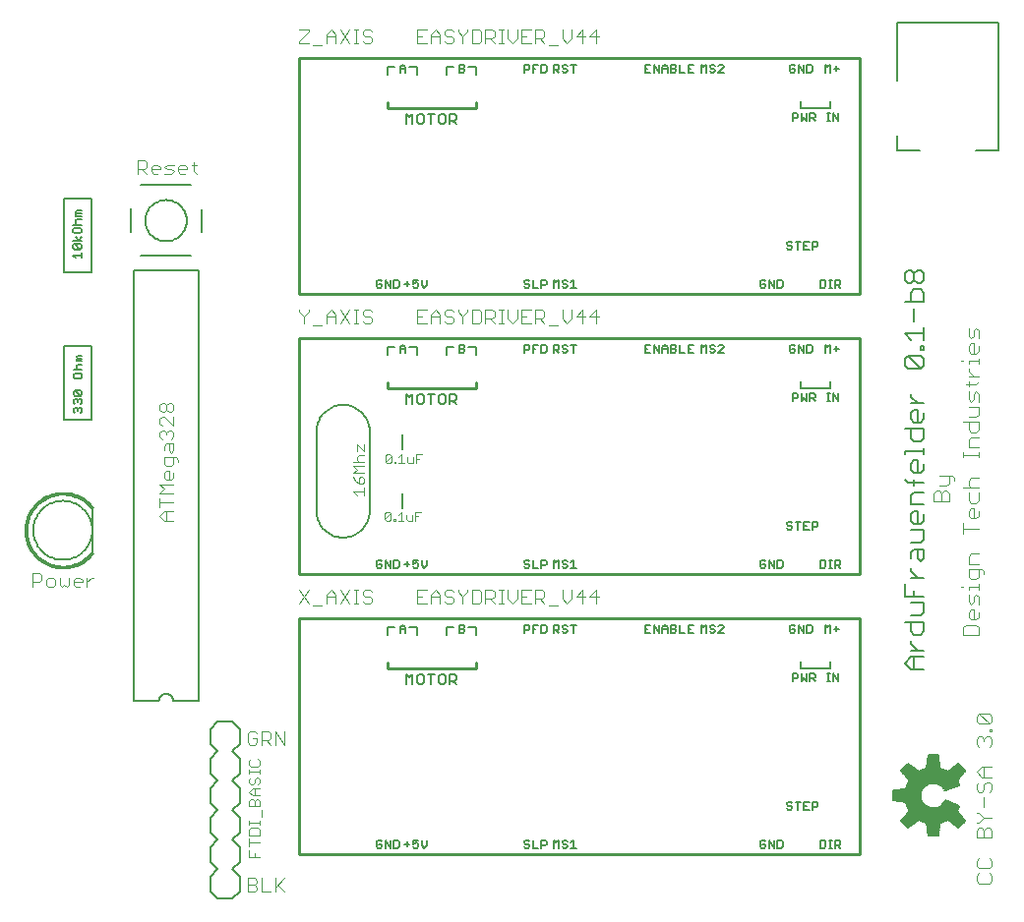
<source format=gto>
G75*
G70*
%OFA0B0*%
%FSLAX24Y24*%
%IPPOS*%
%LPD*%
%AMOC8*
5,1,8,0,0,1.08239X$1,22.5*
%
%ADD10C,0.0060*%
%ADD11C,0.0040*%
%ADD12C,0.0030*%
%ADD13C,0.0080*%
%ADD14C,0.0010*%
%ADD15C,0.0050*%
%ADD16C,0.0100*%
%ADD17C,0.0070*%
%ADD18C,0.0059*%
D10*
X005086Y008381D02*
X005086Y022981D01*
X007286Y022981D01*
X007286Y008381D01*
X006436Y008381D01*
X006434Y008411D01*
X006429Y008441D01*
X006420Y008470D01*
X006407Y008497D01*
X006392Y008523D01*
X006373Y008547D01*
X006352Y008568D01*
X006328Y008587D01*
X006302Y008602D01*
X006275Y008615D01*
X006246Y008624D01*
X006216Y008629D01*
X006186Y008631D01*
X006156Y008629D01*
X006126Y008624D01*
X006097Y008615D01*
X006070Y008602D01*
X006044Y008587D01*
X006020Y008568D01*
X005999Y008547D01*
X005980Y008523D01*
X005965Y008497D01*
X005952Y008470D01*
X005943Y008441D01*
X005938Y008411D01*
X005936Y008381D01*
X005086Y008381D01*
X001686Y014181D02*
X001688Y014244D01*
X001694Y014306D01*
X001704Y014368D01*
X001717Y014430D01*
X001735Y014490D01*
X001756Y014549D01*
X001781Y014607D01*
X001810Y014663D01*
X001842Y014717D01*
X001877Y014769D01*
X001915Y014818D01*
X001957Y014866D01*
X002001Y014910D01*
X002049Y014952D01*
X002098Y014990D01*
X002150Y015025D01*
X002204Y015057D01*
X002260Y015086D01*
X002318Y015111D01*
X002377Y015132D01*
X002437Y015150D01*
X002499Y015163D01*
X002561Y015173D01*
X002623Y015179D01*
X002686Y015181D01*
X002749Y015179D01*
X002811Y015173D01*
X002873Y015163D01*
X002935Y015150D01*
X002995Y015132D01*
X003054Y015111D01*
X003112Y015086D01*
X003168Y015057D01*
X003222Y015025D01*
X003274Y014990D01*
X003323Y014952D01*
X003371Y014910D01*
X003415Y014866D01*
X003457Y014818D01*
X003495Y014769D01*
X003530Y014717D01*
X003562Y014663D01*
X003591Y014607D01*
X003616Y014549D01*
X003637Y014490D01*
X003655Y014430D01*
X003668Y014368D01*
X003678Y014306D01*
X003684Y014244D01*
X003686Y014181D01*
X003684Y014118D01*
X003678Y014056D01*
X003668Y013994D01*
X003655Y013932D01*
X003637Y013872D01*
X003616Y013813D01*
X003591Y013755D01*
X003562Y013699D01*
X003530Y013645D01*
X003495Y013593D01*
X003457Y013544D01*
X003415Y013496D01*
X003371Y013452D01*
X003323Y013410D01*
X003274Y013372D01*
X003222Y013337D01*
X003168Y013305D01*
X003112Y013276D01*
X003054Y013251D01*
X002995Y013230D01*
X002935Y013212D01*
X002873Y013199D01*
X002811Y013189D01*
X002749Y013183D01*
X002686Y013181D01*
X002623Y013183D01*
X002561Y013189D01*
X002499Y013199D01*
X002437Y013212D01*
X002377Y013230D01*
X002318Y013251D01*
X002260Y013276D01*
X002204Y013305D01*
X002150Y013337D01*
X002098Y013372D01*
X002049Y013410D01*
X002001Y013452D01*
X001957Y013496D01*
X001915Y013544D01*
X001877Y013593D01*
X001842Y013645D01*
X001810Y013699D01*
X001781Y013755D01*
X001756Y013813D01*
X001735Y013872D01*
X001717Y013932D01*
X001704Y013994D01*
X001694Y014056D01*
X001688Y014118D01*
X001686Y014181D01*
X013316Y013128D02*
X013316Y012955D01*
X013360Y012911D01*
X013446Y012911D01*
X013490Y012955D01*
X013490Y013041D01*
X013403Y013041D01*
X013316Y013128D02*
X013360Y013172D01*
X013446Y013172D01*
X013490Y013128D01*
X013611Y013172D02*
X013784Y012911D01*
X013784Y013172D01*
X013906Y013172D02*
X013906Y012911D01*
X014036Y012911D01*
X014079Y012955D01*
X014079Y013128D01*
X014036Y013172D01*
X013906Y013172D01*
X013611Y013172D02*
X013611Y012911D01*
X014266Y013041D02*
X014440Y013041D01*
X014561Y013041D02*
X014648Y013085D01*
X014691Y013085D01*
X014734Y013041D01*
X014734Y012955D01*
X014691Y012911D01*
X014604Y012911D01*
X014561Y012955D01*
X014561Y013041D02*
X014561Y013172D01*
X014734Y013172D01*
X014856Y013172D02*
X014856Y012998D01*
X014942Y012911D01*
X015029Y012998D01*
X015029Y013172D01*
X014353Y013128D02*
X014353Y012955D01*
X014203Y010972D02*
X014290Y010885D01*
X014290Y010711D01*
X014290Y010841D02*
X014116Y010841D01*
X014116Y010885D02*
X014203Y010972D01*
X014116Y010885D02*
X014116Y010711D01*
X016116Y010711D02*
X016246Y010711D01*
X016290Y010755D01*
X016290Y010798D01*
X016246Y010841D01*
X016116Y010841D01*
X016116Y010711D02*
X016116Y010972D01*
X016246Y010972D01*
X016290Y010928D01*
X016290Y010885D01*
X016246Y010841D01*
X018316Y010798D02*
X018446Y010798D01*
X018490Y010841D01*
X018490Y010928D01*
X018446Y010972D01*
X018316Y010972D01*
X018316Y010711D01*
X018611Y010711D02*
X018611Y010972D01*
X018784Y010972D01*
X018906Y010972D02*
X019036Y010972D01*
X019079Y010928D01*
X019079Y010755D01*
X019036Y010711D01*
X018906Y010711D01*
X018906Y010972D01*
X018698Y010841D02*
X018611Y010841D01*
X019316Y010798D02*
X019446Y010798D01*
X019490Y010841D01*
X019490Y010928D01*
X019446Y010972D01*
X019316Y010972D01*
X019316Y010711D01*
X019403Y010798D02*
X019490Y010711D01*
X019611Y010755D02*
X019654Y010711D01*
X019741Y010711D01*
X019784Y010755D01*
X019784Y010798D01*
X019741Y010841D01*
X019654Y010841D01*
X019611Y010885D01*
X019611Y010928D01*
X019654Y010972D01*
X019741Y010972D01*
X019784Y010928D01*
X019906Y010972D02*
X020079Y010972D01*
X019992Y010972D02*
X019992Y010711D01*
X019992Y012911D02*
X019992Y013172D01*
X019906Y013085D01*
X019784Y013128D02*
X019741Y013172D01*
X019654Y013172D01*
X019611Y013128D01*
X019611Y013085D01*
X019654Y013041D01*
X019741Y013041D01*
X019784Y012998D01*
X019784Y012955D01*
X019741Y012911D01*
X019654Y012911D01*
X019611Y012955D01*
X019490Y012911D02*
X019490Y013172D01*
X019403Y013085D01*
X019316Y013172D01*
X019316Y012911D01*
X019079Y013041D02*
X019036Y012998D01*
X018906Y012998D01*
X018906Y012911D02*
X018906Y013172D01*
X019036Y013172D01*
X019079Y013128D01*
X019079Y013041D01*
X018784Y012911D02*
X018611Y012911D01*
X018611Y013172D01*
X018490Y013128D02*
X018446Y013172D01*
X018360Y013172D01*
X018316Y013128D01*
X018316Y013085D01*
X018360Y013041D01*
X018446Y013041D01*
X018490Y012998D01*
X018490Y012955D01*
X018446Y012911D01*
X018360Y012911D01*
X018316Y012955D01*
X019906Y012911D02*
X020079Y012911D01*
X022416Y010972D02*
X022416Y010711D01*
X022590Y010711D01*
X022711Y010711D02*
X022711Y010972D01*
X022884Y010711D01*
X022884Y010972D01*
X023006Y010885D02*
X023092Y010972D01*
X023179Y010885D01*
X023179Y010711D01*
X023300Y010711D02*
X023430Y010711D01*
X023474Y010755D01*
X023474Y010798D01*
X023430Y010841D01*
X023300Y010841D01*
X023179Y010841D02*
X023006Y010841D01*
X023006Y010885D02*
X023006Y010711D01*
X023300Y010711D02*
X023300Y010972D01*
X023430Y010972D01*
X023474Y010928D01*
X023474Y010885D01*
X023430Y010841D01*
X023595Y010711D02*
X023768Y010711D01*
X023890Y010711D02*
X024063Y010711D01*
X023976Y010841D02*
X023890Y010841D01*
X023890Y010711D02*
X023890Y010972D01*
X024063Y010972D01*
X024316Y010972D02*
X024403Y010885D01*
X024490Y010972D01*
X024490Y010711D01*
X024611Y010755D02*
X024654Y010711D01*
X024741Y010711D01*
X024784Y010755D01*
X024784Y010798D01*
X024741Y010841D01*
X024654Y010841D01*
X024611Y010885D01*
X024611Y010928D01*
X024654Y010972D01*
X024741Y010972D01*
X024784Y010928D01*
X024906Y010928D02*
X024949Y010972D01*
X025036Y010972D01*
X025079Y010928D01*
X025079Y010885D01*
X024906Y010711D01*
X025079Y010711D01*
X024316Y010711D02*
X024316Y010972D01*
X023595Y010972D02*
X023595Y010711D01*
X022590Y010972D02*
X022416Y010972D01*
X022416Y010841D02*
X022503Y010841D01*
X026316Y012955D02*
X026360Y012911D01*
X026446Y012911D01*
X026490Y012955D01*
X026490Y013041D01*
X026403Y013041D01*
X026316Y012955D02*
X026316Y013128D01*
X026360Y013172D01*
X026446Y013172D01*
X026490Y013128D01*
X026611Y013172D02*
X026784Y012911D01*
X026784Y013172D01*
X026906Y013172D02*
X026906Y012911D01*
X027036Y012911D01*
X027079Y012955D01*
X027079Y013128D01*
X027036Y013172D01*
X026906Y013172D01*
X026611Y013172D02*
X026611Y012911D01*
X027260Y014211D02*
X027216Y014255D01*
X027260Y014211D02*
X027346Y014211D01*
X027390Y014255D01*
X027390Y014298D01*
X027346Y014341D01*
X027260Y014341D01*
X027216Y014385D01*
X027216Y014428D01*
X027260Y014472D01*
X027346Y014472D01*
X027390Y014428D01*
X027511Y014472D02*
X027684Y014472D01*
X027598Y014472D02*
X027598Y014211D01*
X027806Y014211D02*
X027979Y014211D01*
X028100Y014211D02*
X028100Y014472D01*
X028230Y014472D01*
X028274Y014428D01*
X028274Y014341D01*
X028230Y014298D01*
X028100Y014298D01*
X027979Y014472D02*
X027806Y014472D01*
X027806Y014211D01*
X027806Y014341D02*
X027892Y014341D01*
X028366Y013172D02*
X028496Y013172D01*
X028540Y013128D01*
X028540Y012955D01*
X028496Y012911D01*
X028366Y012911D01*
X028366Y013172D01*
X028661Y013172D02*
X028748Y013172D01*
X028704Y013172D02*
X028704Y012911D01*
X028661Y012911D02*
X028748Y012911D01*
X028857Y012911D02*
X028857Y013172D01*
X028987Y013172D01*
X029031Y013128D01*
X029031Y013041D01*
X028987Y012998D01*
X028857Y012998D01*
X028944Y012998D02*
X029031Y012911D01*
X028690Y010972D02*
X028690Y010711D01*
X028516Y010711D02*
X028516Y010972D01*
X028603Y010885D01*
X028690Y010972D01*
X028811Y010841D02*
X028984Y010841D01*
X028898Y010755D02*
X028898Y010928D01*
X028079Y010928D02*
X028036Y010972D01*
X027906Y010972D01*
X027906Y010711D01*
X028036Y010711D01*
X028079Y010755D01*
X028079Y010928D01*
X027784Y010972D02*
X027784Y010711D01*
X027611Y010972D01*
X027611Y010711D01*
X027490Y010755D02*
X027490Y010841D01*
X027403Y010841D01*
X027316Y010755D02*
X027360Y010711D01*
X027446Y010711D01*
X027490Y010755D01*
X027490Y010928D02*
X027446Y010972D01*
X027360Y010972D01*
X027316Y010928D01*
X027316Y010755D01*
X027416Y009322D02*
X027546Y009322D01*
X027590Y009278D01*
X027590Y009191D01*
X027546Y009148D01*
X027416Y009148D01*
X027416Y009061D02*
X027416Y009322D01*
X027711Y009322D02*
X027711Y009061D01*
X027798Y009148D01*
X027884Y009061D01*
X027884Y009322D01*
X028006Y009322D02*
X028006Y009061D01*
X028006Y009148D02*
X028136Y009148D01*
X028179Y009191D01*
X028179Y009278D01*
X028136Y009322D01*
X028006Y009322D01*
X028092Y009148D02*
X028179Y009061D01*
X028595Y009061D02*
X028682Y009061D01*
X028638Y009061D02*
X028638Y009322D01*
X028595Y009322D02*
X028682Y009322D01*
X028791Y009322D02*
X028965Y009061D01*
X028965Y009322D01*
X028791Y009322D02*
X028791Y009061D01*
X031216Y009675D02*
X031429Y009461D01*
X031856Y009461D01*
X031536Y009461D02*
X031536Y009888D01*
X031429Y009888D02*
X031856Y009888D01*
X031856Y010106D02*
X031429Y010106D01*
X031429Y010319D02*
X031429Y010426D01*
X031429Y010319D02*
X031643Y010106D01*
X031429Y009888D02*
X031216Y009675D01*
X031536Y010643D02*
X031429Y010749D01*
X031429Y011070D01*
X031216Y011070D02*
X031856Y011070D01*
X031856Y010749D01*
X031750Y010643D01*
X031536Y010643D01*
X031429Y011287D02*
X031750Y011287D01*
X031856Y011394D01*
X031856Y011714D01*
X031429Y011714D01*
X031536Y011932D02*
X031536Y012145D01*
X031216Y011932D02*
X031216Y012359D01*
X031429Y012576D02*
X031856Y012576D01*
X031643Y012576D02*
X031429Y012790D01*
X031429Y012896D01*
X031429Y013220D02*
X031429Y013434D01*
X031536Y013540D01*
X031856Y013540D01*
X031856Y013220D01*
X031750Y013113D01*
X031643Y013220D01*
X031643Y013540D01*
X031750Y013758D02*
X031429Y013758D01*
X031750Y013758D02*
X031856Y013865D01*
X031856Y014185D01*
X031429Y014185D01*
X031536Y014402D02*
X031429Y014509D01*
X031429Y014723D01*
X031536Y014829D01*
X031643Y014829D01*
X031643Y014402D01*
X031750Y014402D02*
X031536Y014402D01*
X031750Y014402D02*
X031856Y014509D01*
X031856Y014723D01*
X031856Y015047D02*
X031429Y015047D01*
X031429Y015367D01*
X031536Y015474D01*
X031856Y015474D01*
X031856Y015798D02*
X031323Y015798D01*
X031216Y015905D01*
X031536Y015905D02*
X031536Y015691D01*
X031536Y016121D02*
X031429Y016228D01*
X031429Y016441D01*
X031536Y016548D01*
X031643Y016548D01*
X031643Y016121D01*
X031750Y016121D02*
X031536Y016121D01*
X031750Y016121D02*
X031856Y016228D01*
X031856Y016441D01*
X031856Y016766D02*
X031856Y016979D01*
X031856Y016872D02*
X031216Y016872D01*
X031216Y016766D01*
X031536Y017195D02*
X031429Y017302D01*
X031429Y017622D01*
X031216Y017622D02*
X031856Y017622D01*
X031856Y017302D01*
X031750Y017195D01*
X031536Y017195D01*
X031536Y017840D02*
X031429Y017947D01*
X031429Y018160D01*
X031536Y018267D01*
X031643Y018267D01*
X031643Y017840D01*
X031750Y017840D02*
X031536Y017840D01*
X031750Y017840D02*
X031856Y017947D01*
X031856Y018160D01*
X031856Y018484D02*
X031429Y018484D01*
X031643Y018484D02*
X031429Y018698D01*
X031429Y018805D01*
X031323Y019666D02*
X031216Y019773D01*
X031216Y019986D01*
X031323Y020093D01*
X031750Y019666D01*
X031856Y019773D01*
X031856Y019986D01*
X031750Y020093D01*
X031323Y020093D01*
X031323Y019666D02*
X031750Y019666D01*
X031750Y020311D02*
X031750Y020417D01*
X031856Y020417D01*
X031856Y020311D01*
X031750Y020311D01*
X031856Y020633D02*
X031856Y021060D01*
X031856Y020846D02*
X031216Y020846D01*
X031429Y020633D01*
X031536Y021277D02*
X031536Y021704D01*
X031429Y021922D02*
X031429Y022242D01*
X031536Y022349D01*
X031750Y022349D01*
X031856Y022242D01*
X031856Y021922D01*
X031216Y021922D01*
X031323Y022566D02*
X031429Y022566D01*
X031536Y022673D01*
X031536Y022887D01*
X031643Y022993D01*
X031750Y022993D01*
X031856Y022887D01*
X031856Y022673D01*
X031750Y022566D01*
X031643Y022566D01*
X031536Y022673D01*
X031536Y022887D02*
X031429Y022993D01*
X031323Y022993D01*
X031216Y022887D01*
X031216Y022673D01*
X031323Y022566D01*
X029031Y022541D02*
X028987Y022498D01*
X028857Y022498D01*
X028857Y022411D02*
X028857Y022672D01*
X028987Y022672D01*
X029031Y022628D01*
X029031Y022541D01*
X028944Y022498D02*
X029031Y022411D01*
X028748Y022411D02*
X028661Y022411D01*
X028704Y022411D02*
X028704Y022672D01*
X028661Y022672D02*
X028748Y022672D01*
X028540Y022628D02*
X028540Y022455D01*
X028496Y022411D01*
X028366Y022411D01*
X028366Y022672D01*
X028496Y022672D01*
X028540Y022628D01*
X028100Y023711D02*
X028100Y023972D01*
X028230Y023972D01*
X028274Y023928D01*
X028274Y023841D01*
X028230Y023798D01*
X028100Y023798D01*
X027979Y023711D02*
X027806Y023711D01*
X027806Y023972D01*
X027979Y023972D01*
X027892Y023841D02*
X027806Y023841D01*
X027684Y023972D02*
X027511Y023972D01*
X027598Y023972D02*
X027598Y023711D01*
X027390Y023755D02*
X027346Y023711D01*
X027260Y023711D01*
X027216Y023755D01*
X027260Y023841D02*
X027216Y023885D01*
X027216Y023928D01*
X027260Y023972D01*
X027346Y023972D01*
X027390Y023928D01*
X027346Y023841D02*
X027390Y023798D01*
X027390Y023755D01*
X027346Y023841D02*
X027260Y023841D01*
X027036Y022672D02*
X026906Y022672D01*
X026906Y022411D01*
X027036Y022411D01*
X027079Y022455D01*
X027079Y022628D01*
X027036Y022672D01*
X026784Y022672D02*
X026784Y022411D01*
X026611Y022672D01*
X026611Y022411D01*
X026490Y022455D02*
X026490Y022541D01*
X026403Y022541D01*
X026316Y022455D02*
X026360Y022411D01*
X026446Y022411D01*
X026490Y022455D01*
X026490Y022628D02*
X026446Y022672D01*
X026360Y022672D01*
X026316Y022628D01*
X026316Y022455D01*
X027360Y020472D02*
X027316Y020428D01*
X027316Y020255D01*
X027360Y020211D01*
X027446Y020211D01*
X027490Y020255D01*
X027490Y020341D01*
X027403Y020341D01*
X027490Y020428D02*
X027446Y020472D01*
X027360Y020472D01*
X027611Y020472D02*
X027784Y020211D01*
X027784Y020472D01*
X027906Y020472D02*
X028036Y020472D01*
X028079Y020428D01*
X028079Y020255D01*
X028036Y020211D01*
X027906Y020211D01*
X027906Y020472D01*
X027611Y020472D02*
X027611Y020211D01*
X028516Y020211D02*
X028516Y020472D01*
X028603Y020385D01*
X028690Y020472D01*
X028690Y020211D01*
X028811Y020341D02*
X028984Y020341D01*
X028898Y020255D02*
X028898Y020428D01*
X028965Y018822D02*
X028965Y018561D01*
X028791Y018822D01*
X028791Y018561D01*
X028682Y018561D02*
X028595Y018561D01*
X028638Y018561D02*
X028638Y018822D01*
X028595Y018822D02*
X028682Y018822D01*
X028179Y018778D02*
X028179Y018691D01*
X028136Y018648D01*
X028006Y018648D01*
X028092Y018648D02*
X028179Y018561D01*
X028006Y018561D02*
X028006Y018822D01*
X028136Y018822D01*
X028179Y018778D01*
X027884Y018822D02*
X027884Y018561D01*
X027798Y018648D01*
X027711Y018561D01*
X027711Y018822D01*
X027590Y018778D02*
X027590Y018691D01*
X027546Y018648D01*
X027416Y018648D01*
X027416Y018561D02*
X027416Y018822D01*
X027546Y018822D01*
X027590Y018778D01*
X025079Y020211D02*
X024906Y020211D01*
X025079Y020385D01*
X025079Y020428D01*
X025036Y020472D01*
X024949Y020472D01*
X024906Y020428D01*
X024784Y020428D02*
X024741Y020472D01*
X024654Y020472D01*
X024611Y020428D01*
X024611Y020385D01*
X024654Y020341D01*
X024741Y020341D01*
X024784Y020298D01*
X024784Y020255D01*
X024741Y020211D01*
X024654Y020211D01*
X024611Y020255D01*
X024490Y020211D02*
X024490Y020472D01*
X024403Y020385D01*
X024316Y020472D01*
X024316Y020211D01*
X024063Y020211D02*
X023890Y020211D01*
X023890Y020472D01*
X024063Y020472D01*
X023976Y020341D02*
X023890Y020341D01*
X023768Y020211D02*
X023595Y020211D01*
X023595Y020472D01*
X023474Y020428D02*
X023474Y020385D01*
X023430Y020341D01*
X023300Y020341D01*
X023179Y020341D02*
X023006Y020341D01*
X023006Y020385D02*
X023092Y020472D01*
X023179Y020385D01*
X023179Y020211D01*
X023300Y020211D02*
X023430Y020211D01*
X023474Y020255D01*
X023474Y020298D01*
X023430Y020341D01*
X023474Y020428D02*
X023430Y020472D01*
X023300Y020472D01*
X023300Y020211D01*
X023006Y020211D02*
X023006Y020385D01*
X022884Y020472D02*
X022884Y020211D01*
X022711Y020472D01*
X022711Y020211D01*
X022590Y020211D02*
X022416Y020211D01*
X022416Y020472D01*
X022590Y020472D01*
X022503Y020341D02*
X022416Y020341D01*
X020079Y020472D02*
X019906Y020472D01*
X019992Y020472D02*
X019992Y020211D01*
X019784Y020255D02*
X019741Y020211D01*
X019654Y020211D01*
X019611Y020255D01*
X019654Y020341D02*
X019741Y020341D01*
X019784Y020298D01*
X019784Y020255D01*
X019654Y020341D02*
X019611Y020385D01*
X019611Y020428D01*
X019654Y020472D01*
X019741Y020472D01*
X019784Y020428D01*
X019490Y020428D02*
X019490Y020341D01*
X019446Y020298D01*
X019316Y020298D01*
X019316Y020211D02*
X019316Y020472D01*
X019446Y020472D01*
X019490Y020428D01*
X019403Y020298D02*
X019490Y020211D01*
X019079Y020255D02*
X019036Y020211D01*
X018906Y020211D01*
X018906Y020472D01*
X019036Y020472D01*
X019079Y020428D01*
X019079Y020255D01*
X018784Y020472D02*
X018611Y020472D01*
X018611Y020211D01*
X018611Y020341D02*
X018698Y020341D01*
X018490Y020341D02*
X018446Y020298D01*
X018316Y020298D01*
X018316Y020211D02*
X018316Y020472D01*
X018446Y020472D01*
X018490Y020428D01*
X018490Y020341D01*
X018446Y022411D02*
X018360Y022411D01*
X018316Y022455D01*
X018360Y022541D02*
X018446Y022541D01*
X018490Y022498D01*
X018490Y022455D01*
X018446Y022411D01*
X018360Y022541D02*
X018316Y022585D01*
X018316Y022628D01*
X018360Y022672D01*
X018446Y022672D01*
X018490Y022628D01*
X018611Y022672D02*
X018611Y022411D01*
X018784Y022411D01*
X018906Y022411D02*
X018906Y022672D01*
X019036Y022672D01*
X019079Y022628D01*
X019079Y022541D01*
X019036Y022498D01*
X018906Y022498D01*
X019316Y022411D02*
X019316Y022672D01*
X019403Y022585D01*
X019490Y022672D01*
X019490Y022411D01*
X019611Y022455D02*
X019654Y022411D01*
X019741Y022411D01*
X019784Y022455D01*
X019784Y022498D01*
X019741Y022541D01*
X019654Y022541D01*
X019611Y022585D01*
X019611Y022628D01*
X019654Y022672D01*
X019741Y022672D01*
X019784Y022628D01*
X019906Y022585D02*
X019992Y022672D01*
X019992Y022411D01*
X019906Y022411D02*
X020079Y022411D01*
X016290Y020428D02*
X016290Y020385D01*
X016246Y020341D01*
X016116Y020341D01*
X016116Y020211D02*
X016116Y020472D01*
X016246Y020472D01*
X016290Y020428D01*
X016246Y020341D02*
X016290Y020298D01*
X016290Y020255D01*
X016246Y020211D01*
X016116Y020211D01*
X014290Y020211D02*
X014290Y020385D01*
X014203Y020472D01*
X014116Y020385D01*
X014116Y020211D01*
X014116Y020341D02*
X014290Y020341D01*
X014036Y022411D02*
X014079Y022455D01*
X014079Y022628D01*
X014036Y022672D01*
X013906Y022672D01*
X013906Y022411D01*
X014036Y022411D01*
X013784Y022411D02*
X013784Y022672D01*
X013611Y022672D02*
X013784Y022411D01*
X013611Y022411D02*
X013611Y022672D01*
X013490Y022628D02*
X013446Y022672D01*
X013360Y022672D01*
X013316Y022628D01*
X013316Y022455D01*
X013360Y022411D01*
X013446Y022411D01*
X013490Y022455D01*
X013490Y022541D01*
X013403Y022541D01*
X014266Y022541D02*
X014440Y022541D01*
X014561Y022541D02*
X014648Y022585D01*
X014691Y022585D01*
X014734Y022541D01*
X014734Y022455D01*
X014691Y022411D01*
X014604Y022411D01*
X014561Y022455D01*
X014561Y022541D02*
X014561Y022672D01*
X014734Y022672D01*
X014856Y022672D02*
X014856Y022498D01*
X014942Y022411D01*
X015029Y022498D01*
X015029Y022672D01*
X014353Y022628D02*
X014353Y022455D01*
X014290Y029711D02*
X014290Y029885D01*
X014203Y029972D01*
X014116Y029885D01*
X014116Y029711D01*
X014116Y029841D02*
X014290Y029841D01*
X016116Y029841D02*
X016246Y029841D01*
X016290Y029798D01*
X016290Y029755D01*
X016246Y029711D01*
X016116Y029711D01*
X016116Y029972D01*
X016246Y029972D01*
X016290Y029928D01*
X016290Y029885D01*
X016246Y029841D01*
X018316Y029798D02*
X018446Y029798D01*
X018490Y029841D01*
X018490Y029928D01*
X018446Y029972D01*
X018316Y029972D01*
X018316Y029711D01*
X018611Y029711D02*
X018611Y029972D01*
X018784Y029972D01*
X018906Y029972D02*
X019036Y029972D01*
X019079Y029928D01*
X019079Y029755D01*
X019036Y029711D01*
X018906Y029711D01*
X018906Y029972D01*
X018698Y029841D02*
X018611Y029841D01*
X019316Y029798D02*
X019446Y029798D01*
X019490Y029841D01*
X019490Y029928D01*
X019446Y029972D01*
X019316Y029972D01*
X019316Y029711D01*
X019403Y029798D02*
X019490Y029711D01*
X019611Y029755D02*
X019654Y029711D01*
X019741Y029711D01*
X019784Y029755D01*
X019784Y029798D01*
X019741Y029841D01*
X019654Y029841D01*
X019611Y029885D01*
X019611Y029928D01*
X019654Y029972D01*
X019741Y029972D01*
X019784Y029928D01*
X019906Y029972D02*
X020079Y029972D01*
X019992Y029972D02*
X019992Y029711D01*
X022416Y029711D02*
X022590Y029711D01*
X022711Y029711D02*
X022711Y029972D01*
X022884Y029711D01*
X022884Y029972D01*
X023006Y029885D02*
X023006Y029711D01*
X023006Y029841D02*
X023179Y029841D01*
X023179Y029885D02*
X023179Y029711D01*
X023300Y029711D02*
X023430Y029711D01*
X023474Y029755D01*
X023474Y029798D01*
X023430Y029841D01*
X023300Y029841D01*
X023179Y029885D02*
X023092Y029972D01*
X023006Y029885D01*
X023300Y029972D02*
X023430Y029972D01*
X023474Y029928D01*
X023474Y029885D01*
X023430Y029841D01*
X023300Y029711D02*
X023300Y029972D01*
X023595Y029972D02*
X023595Y029711D01*
X023768Y029711D01*
X023890Y029711D02*
X024063Y029711D01*
X023976Y029841D02*
X023890Y029841D01*
X023890Y029711D02*
X023890Y029972D01*
X024063Y029972D01*
X024316Y029972D02*
X024403Y029885D01*
X024490Y029972D01*
X024490Y029711D01*
X024611Y029755D02*
X024654Y029711D01*
X024741Y029711D01*
X024784Y029755D01*
X024784Y029798D01*
X024741Y029841D01*
X024654Y029841D01*
X024611Y029885D01*
X024611Y029928D01*
X024654Y029972D01*
X024741Y029972D01*
X024784Y029928D01*
X024906Y029928D02*
X024949Y029972D01*
X025036Y029972D01*
X025079Y029928D01*
X025079Y029885D01*
X024906Y029711D01*
X025079Y029711D01*
X024316Y029711D02*
X024316Y029972D01*
X022590Y029972D02*
X022416Y029972D01*
X022416Y029711D01*
X022416Y029841D02*
X022503Y029841D01*
X027316Y029755D02*
X027360Y029711D01*
X027446Y029711D01*
X027490Y029755D01*
X027490Y029841D01*
X027403Y029841D01*
X027316Y029755D02*
X027316Y029928D01*
X027360Y029972D01*
X027446Y029972D01*
X027490Y029928D01*
X027611Y029972D02*
X027784Y029711D01*
X027784Y029972D01*
X027906Y029972D02*
X028036Y029972D01*
X028079Y029928D01*
X028079Y029755D01*
X028036Y029711D01*
X027906Y029711D01*
X027906Y029972D01*
X027611Y029972D02*
X027611Y029711D01*
X028516Y029711D02*
X028516Y029972D01*
X028603Y029885D01*
X028690Y029972D01*
X028690Y029711D01*
X028811Y029841D02*
X028984Y029841D01*
X028898Y029755D02*
X028898Y029928D01*
X028965Y028322D02*
X028965Y028061D01*
X028791Y028322D01*
X028791Y028061D01*
X028682Y028061D02*
X028595Y028061D01*
X028638Y028061D02*
X028638Y028322D01*
X028595Y028322D02*
X028682Y028322D01*
X028179Y028278D02*
X028179Y028191D01*
X028136Y028148D01*
X028006Y028148D01*
X028092Y028148D02*
X028179Y028061D01*
X028006Y028061D02*
X028006Y028322D01*
X028136Y028322D01*
X028179Y028278D01*
X027884Y028322D02*
X027884Y028061D01*
X027798Y028148D01*
X027711Y028061D01*
X027711Y028322D01*
X027590Y028278D02*
X027590Y028191D01*
X027546Y028148D01*
X027416Y028148D01*
X027416Y028061D02*
X027416Y028322D01*
X027546Y028322D01*
X027590Y028278D01*
X031216Y011932D02*
X031856Y011932D01*
X028230Y004972D02*
X028274Y004928D01*
X028274Y004841D01*
X028230Y004798D01*
X028100Y004798D01*
X028100Y004711D02*
X028100Y004972D01*
X028230Y004972D01*
X027979Y004972D02*
X027806Y004972D01*
X027806Y004711D01*
X027979Y004711D01*
X027892Y004841D02*
X027806Y004841D01*
X027684Y004972D02*
X027511Y004972D01*
X027598Y004972D02*
X027598Y004711D01*
X027390Y004755D02*
X027346Y004711D01*
X027260Y004711D01*
X027216Y004755D01*
X027260Y004841D02*
X027216Y004885D01*
X027216Y004928D01*
X027260Y004972D01*
X027346Y004972D01*
X027390Y004928D01*
X027346Y004841D02*
X027390Y004798D01*
X027390Y004755D01*
X027346Y004841D02*
X027260Y004841D01*
X027036Y003672D02*
X026906Y003672D01*
X026906Y003411D01*
X027036Y003411D01*
X027079Y003455D01*
X027079Y003628D01*
X027036Y003672D01*
X026784Y003672D02*
X026784Y003411D01*
X026611Y003672D01*
X026611Y003411D01*
X026490Y003455D02*
X026490Y003541D01*
X026403Y003541D01*
X026316Y003455D02*
X026360Y003411D01*
X026446Y003411D01*
X026490Y003455D01*
X026490Y003628D02*
X026446Y003672D01*
X026360Y003672D01*
X026316Y003628D01*
X026316Y003455D01*
X028366Y003411D02*
X028496Y003411D01*
X028540Y003455D01*
X028540Y003628D01*
X028496Y003672D01*
X028366Y003672D01*
X028366Y003411D01*
X028661Y003411D02*
X028748Y003411D01*
X028704Y003411D02*
X028704Y003672D01*
X028661Y003672D02*
X028748Y003672D01*
X028857Y003672D02*
X028987Y003672D01*
X029031Y003628D01*
X029031Y003541D01*
X028987Y003498D01*
X028857Y003498D01*
X028857Y003411D02*
X028857Y003672D01*
X028944Y003498D02*
X029031Y003411D01*
X020079Y003411D02*
X019906Y003411D01*
X019992Y003411D02*
X019992Y003672D01*
X019906Y003585D01*
X019784Y003628D02*
X019741Y003672D01*
X019654Y003672D01*
X019611Y003628D01*
X019611Y003585D01*
X019654Y003541D01*
X019741Y003541D01*
X019784Y003498D01*
X019784Y003455D01*
X019741Y003411D01*
X019654Y003411D01*
X019611Y003455D01*
X019490Y003411D02*
X019490Y003672D01*
X019403Y003585D01*
X019316Y003672D01*
X019316Y003411D01*
X019079Y003541D02*
X019036Y003498D01*
X018906Y003498D01*
X018906Y003411D02*
X018906Y003672D01*
X019036Y003672D01*
X019079Y003628D01*
X019079Y003541D01*
X018784Y003411D02*
X018611Y003411D01*
X018611Y003672D01*
X018490Y003628D02*
X018446Y003672D01*
X018360Y003672D01*
X018316Y003628D01*
X018316Y003585D01*
X018360Y003541D01*
X018446Y003541D01*
X018490Y003498D01*
X018490Y003455D01*
X018446Y003411D01*
X018360Y003411D01*
X018316Y003455D01*
X015029Y003498D02*
X015029Y003672D01*
X014856Y003672D02*
X014856Y003498D01*
X014942Y003411D01*
X015029Y003498D01*
X014734Y003455D02*
X014691Y003411D01*
X014604Y003411D01*
X014561Y003455D01*
X014561Y003541D02*
X014648Y003585D01*
X014691Y003585D01*
X014734Y003541D01*
X014734Y003455D01*
X014561Y003541D02*
X014561Y003672D01*
X014734Y003672D01*
X014440Y003541D02*
X014266Y003541D01*
X014353Y003455D02*
X014353Y003628D01*
X014079Y003628D02*
X014036Y003672D01*
X013906Y003672D01*
X013906Y003411D01*
X014036Y003411D01*
X014079Y003455D01*
X014079Y003628D01*
X013784Y003672D02*
X013784Y003411D01*
X013611Y003672D01*
X013611Y003411D01*
X013490Y003455D02*
X013490Y003541D01*
X013403Y003541D01*
X013316Y003455D02*
X013360Y003411D01*
X013446Y003411D01*
X013490Y003455D01*
X013490Y003628D02*
X013446Y003672D01*
X013360Y003672D01*
X013316Y003628D01*
X013316Y003455D01*
D11*
X010191Y002385D02*
X009884Y002078D01*
X009960Y002155D02*
X010191Y001925D01*
X009884Y001925D02*
X009884Y002385D01*
X009423Y002385D02*
X009423Y001925D01*
X009730Y001925D01*
X009270Y002001D02*
X009193Y001925D01*
X008963Y001925D01*
X008963Y002385D01*
X009193Y002385D01*
X009270Y002308D01*
X009270Y002232D01*
X009193Y002155D01*
X008963Y002155D01*
X009193Y002155D02*
X009270Y002078D01*
X009270Y002001D01*
X009193Y006903D02*
X009270Y006980D01*
X009270Y007133D01*
X009116Y007133D01*
X008963Y006980D02*
X009040Y006903D01*
X009193Y006903D01*
X009423Y006903D02*
X009423Y007364D01*
X009654Y007364D01*
X009730Y007287D01*
X009730Y007133D01*
X009654Y007057D01*
X009423Y007057D01*
X009577Y007057D02*
X009730Y006903D01*
X009884Y006903D02*
X009884Y007364D01*
X010191Y006903D01*
X010191Y007364D01*
X009270Y007287D02*
X009193Y007364D01*
X009040Y007364D01*
X008963Y007287D01*
X008963Y006980D01*
X010706Y011701D02*
X011013Y012162D01*
X010706Y012162D02*
X011013Y011701D01*
X011167Y011625D02*
X011474Y011625D01*
X011627Y011701D02*
X011627Y012008D01*
X011780Y012162D01*
X011934Y012008D01*
X011934Y011701D01*
X012087Y011701D02*
X012394Y012162D01*
X012548Y012162D02*
X012701Y012162D01*
X012624Y012162D02*
X012624Y011701D01*
X012548Y011701D02*
X012701Y011701D01*
X012855Y011778D02*
X012931Y011701D01*
X013085Y011701D01*
X013161Y011778D01*
X013161Y011855D01*
X013085Y011932D01*
X012931Y011932D01*
X012855Y012008D01*
X012855Y012085D01*
X012931Y012162D01*
X013085Y012162D01*
X013161Y012085D01*
X012394Y011701D02*
X012087Y012162D01*
X011934Y011932D02*
X011627Y011932D01*
X014706Y011932D02*
X014860Y011932D01*
X015013Y012162D02*
X014706Y012162D01*
X014706Y011701D01*
X015013Y011701D01*
X015167Y011701D02*
X015167Y012008D01*
X015320Y012162D01*
X015474Y012008D01*
X015474Y011701D01*
X015627Y011778D02*
X015704Y011701D01*
X015857Y011701D01*
X015934Y011778D01*
X015934Y011855D01*
X015857Y011932D01*
X015704Y011932D01*
X015627Y012008D01*
X015627Y012085D01*
X015704Y012162D01*
X015857Y012162D01*
X015934Y012085D01*
X016087Y012085D02*
X016241Y011932D01*
X016241Y011701D01*
X016241Y011932D02*
X016394Y012085D01*
X016394Y012162D01*
X016548Y012162D02*
X016778Y012162D01*
X016855Y012085D01*
X016855Y011778D01*
X016778Y011701D01*
X016548Y011701D01*
X016548Y012162D01*
X016087Y012162D02*
X016087Y012085D01*
X015474Y011932D02*
X015167Y011932D01*
X017008Y011855D02*
X017238Y011855D01*
X017315Y011932D01*
X017315Y012085D01*
X017238Y012162D01*
X017008Y012162D01*
X017008Y011701D01*
X017161Y011855D02*
X017315Y011701D01*
X017468Y011701D02*
X017622Y011701D01*
X017545Y011701D02*
X017545Y012162D01*
X017468Y012162D02*
X017622Y012162D01*
X017775Y012162D02*
X017775Y011855D01*
X017929Y011701D01*
X018082Y011855D01*
X018082Y012162D01*
X018236Y012162D02*
X018236Y011701D01*
X018543Y011701D01*
X018696Y011701D02*
X018696Y012162D01*
X018926Y012162D01*
X019003Y012085D01*
X019003Y011932D01*
X018926Y011855D01*
X018696Y011855D01*
X018849Y011855D02*
X019003Y011701D01*
X019156Y011625D02*
X019463Y011625D01*
X019617Y011855D02*
X019770Y011701D01*
X019924Y011855D01*
X019924Y012162D01*
X020077Y011932D02*
X020384Y011932D01*
X020537Y011932D02*
X020768Y012162D01*
X020768Y011701D01*
X020844Y011932D02*
X020537Y011932D01*
X020307Y012162D02*
X020077Y011932D01*
X020307Y011701D02*
X020307Y012162D01*
X019617Y012162D02*
X019617Y011855D01*
X018543Y012162D02*
X018236Y012162D01*
X018236Y011932D02*
X018389Y011932D01*
X019156Y021125D02*
X019463Y021125D01*
X019617Y021355D02*
X019770Y021201D01*
X019924Y021355D01*
X019924Y021662D01*
X020077Y021432D02*
X020384Y021432D01*
X020537Y021432D02*
X020768Y021662D01*
X020768Y021201D01*
X020844Y021432D02*
X020537Y021432D01*
X020307Y021201D02*
X020307Y021662D01*
X020077Y021432D01*
X019617Y021355D02*
X019617Y021662D01*
X019003Y021585D02*
X019003Y021432D01*
X018926Y021355D01*
X018696Y021355D01*
X018849Y021355D02*
X019003Y021201D01*
X018696Y021201D02*
X018696Y021662D01*
X018926Y021662D01*
X019003Y021585D01*
X018543Y021662D02*
X018236Y021662D01*
X018236Y021201D01*
X018543Y021201D01*
X018389Y021432D02*
X018236Y021432D01*
X018082Y021355D02*
X018082Y021662D01*
X017775Y021662D02*
X017775Y021355D01*
X017929Y021201D01*
X018082Y021355D01*
X017622Y021201D02*
X017468Y021201D01*
X017545Y021201D02*
X017545Y021662D01*
X017468Y021662D02*
X017622Y021662D01*
X017315Y021585D02*
X017315Y021432D01*
X017238Y021355D01*
X017008Y021355D01*
X017161Y021355D02*
X017315Y021201D01*
X017008Y021201D02*
X017008Y021662D01*
X017238Y021662D01*
X017315Y021585D01*
X016855Y021585D02*
X016855Y021278D01*
X016778Y021201D01*
X016548Y021201D01*
X016548Y021662D01*
X016778Y021662D01*
X016855Y021585D01*
X016394Y021585D02*
X016394Y021662D01*
X016394Y021585D02*
X016241Y021432D01*
X016241Y021201D01*
X016241Y021432D02*
X016087Y021585D01*
X016087Y021662D01*
X015934Y021585D02*
X015857Y021662D01*
X015704Y021662D01*
X015627Y021585D01*
X015627Y021508D01*
X015704Y021432D01*
X015857Y021432D01*
X015934Y021355D01*
X015934Y021278D01*
X015857Y021201D01*
X015704Y021201D01*
X015627Y021278D01*
X015474Y021201D02*
X015474Y021508D01*
X015320Y021662D01*
X015167Y021508D01*
X015167Y021201D01*
X015013Y021201D02*
X014706Y021201D01*
X014706Y021662D01*
X015013Y021662D01*
X014860Y021432D02*
X014706Y021432D01*
X015167Y021432D02*
X015474Y021432D01*
X013161Y021355D02*
X013161Y021278D01*
X013085Y021201D01*
X012931Y021201D01*
X012855Y021278D01*
X012931Y021432D02*
X013085Y021432D01*
X013161Y021355D01*
X013161Y021585D02*
X013085Y021662D01*
X012931Y021662D01*
X012855Y021585D01*
X012855Y021508D01*
X012931Y021432D01*
X012701Y021662D02*
X012548Y021662D01*
X012624Y021662D02*
X012624Y021201D01*
X012548Y021201D02*
X012701Y021201D01*
X012394Y021201D02*
X012087Y021662D01*
X011934Y021508D02*
X011934Y021201D01*
X012087Y021201D02*
X012394Y021662D01*
X011934Y021508D02*
X011780Y021662D01*
X011627Y021508D01*
X011627Y021201D01*
X011474Y021125D02*
X011167Y021125D01*
X010860Y021201D02*
X010860Y021432D01*
X011013Y021585D01*
X011013Y021662D01*
X010860Y021432D02*
X010706Y021585D01*
X010706Y021662D01*
X011627Y021432D02*
X011934Y021432D01*
X006436Y018421D02*
X006436Y018267D01*
X006359Y018190D01*
X006282Y018190D01*
X006206Y018267D01*
X006206Y018421D01*
X006282Y018497D01*
X006359Y018497D01*
X006436Y018421D01*
X006206Y018421D02*
X006129Y018497D01*
X006052Y018497D01*
X005975Y018421D01*
X005975Y018267D01*
X006052Y018190D01*
X006129Y018190D01*
X006206Y018267D01*
X006129Y018037D02*
X006052Y018037D01*
X005975Y017960D01*
X005975Y017807D01*
X006052Y017730D01*
X006052Y017577D02*
X005975Y017500D01*
X005975Y017346D01*
X006052Y017270D01*
X006206Y017423D02*
X006206Y017500D01*
X006282Y017577D01*
X006359Y017577D01*
X006436Y017500D01*
X006436Y017346D01*
X006359Y017270D01*
X006282Y017116D02*
X006282Y016886D01*
X006359Y016809D01*
X006436Y016886D01*
X006436Y017116D01*
X006206Y017116D01*
X006129Y017040D01*
X006129Y016886D01*
X006129Y016656D02*
X006129Y016426D01*
X006206Y016349D01*
X006359Y016349D01*
X006436Y016426D01*
X006436Y016656D01*
X006512Y016656D02*
X006129Y016656D01*
X006512Y016656D02*
X006589Y016579D01*
X006589Y016502D01*
X006436Y016119D02*
X006436Y015965D01*
X006359Y015889D01*
X006206Y015889D01*
X006129Y015965D01*
X006129Y016119D01*
X006206Y016196D01*
X006282Y016196D01*
X006282Y015889D01*
X006436Y015735D02*
X005975Y015735D01*
X006129Y015582D01*
X005975Y015428D01*
X006436Y015428D01*
X006436Y015121D02*
X005975Y015121D01*
X005975Y014968D02*
X005975Y015275D01*
X006129Y014815D02*
X005975Y014661D01*
X006129Y014508D01*
X006436Y014508D01*
X006206Y014508D02*
X006206Y014815D01*
X006129Y014815D02*
X006436Y014815D01*
X006206Y017500D02*
X006129Y017577D01*
X006052Y017577D01*
X006436Y017730D02*
X006129Y018037D01*
X006436Y018037D02*
X006436Y017730D01*
X001895Y012725D02*
X001665Y012725D01*
X001665Y012265D01*
X001665Y012418D02*
X001895Y012418D01*
X001972Y012495D01*
X001972Y012648D01*
X001895Y012725D01*
X002125Y012495D02*
X002125Y012341D01*
X002202Y012265D01*
X002356Y012265D01*
X002432Y012341D01*
X002432Y012495D01*
X002356Y012571D01*
X002202Y012571D01*
X002125Y012495D01*
X002586Y012571D02*
X002586Y012341D01*
X002662Y012265D01*
X002739Y012341D01*
X002816Y012265D01*
X002893Y012341D01*
X002893Y012571D01*
X003046Y012495D02*
X003123Y012571D01*
X003276Y012571D01*
X003353Y012495D01*
X003353Y012418D01*
X003046Y012418D01*
X003046Y012341D02*
X003046Y012495D01*
X003046Y012341D02*
X003123Y012265D01*
X003276Y012265D01*
X003506Y012265D02*
X003506Y012571D01*
X003506Y012418D02*
X003660Y012571D01*
X003737Y012571D01*
X005218Y026270D02*
X005218Y026730D01*
X005449Y026730D01*
X005525Y026654D01*
X005525Y026500D01*
X005449Y026423D01*
X005218Y026423D01*
X005372Y026423D02*
X005525Y026270D01*
X005679Y026347D02*
X005679Y026500D01*
X005755Y026577D01*
X005909Y026577D01*
X005986Y026500D01*
X005986Y026423D01*
X005679Y026423D01*
X005679Y026347D02*
X005755Y026270D01*
X005909Y026270D01*
X006139Y026270D02*
X006369Y026270D01*
X006446Y026347D01*
X006369Y026423D01*
X006216Y026423D01*
X006139Y026500D01*
X006216Y026577D01*
X006446Y026577D01*
X006599Y026500D02*
X006676Y026577D01*
X006830Y026577D01*
X006906Y026500D01*
X006906Y026423D01*
X006599Y026423D01*
X006599Y026347D02*
X006599Y026500D01*
X006599Y026347D02*
X006676Y026270D01*
X006830Y026270D01*
X007136Y026347D02*
X007136Y026654D01*
X007060Y026577D02*
X007213Y026577D01*
X007136Y026347D02*
X007213Y026270D01*
X010706Y030701D02*
X011013Y030701D01*
X011167Y030625D02*
X011474Y030625D01*
X011627Y030701D02*
X011627Y031008D01*
X011780Y031162D01*
X011934Y031008D01*
X011934Y030701D01*
X012087Y030701D02*
X012394Y031162D01*
X012548Y031162D02*
X012701Y031162D01*
X012624Y031162D02*
X012624Y030701D01*
X012548Y030701D02*
X012701Y030701D01*
X012855Y030778D02*
X012931Y030701D01*
X013085Y030701D01*
X013161Y030778D01*
X013161Y030855D01*
X013085Y030932D01*
X012931Y030932D01*
X012855Y031008D01*
X012855Y031085D01*
X012931Y031162D01*
X013085Y031162D01*
X013161Y031085D01*
X012394Y030701D02*
X012087Y031162D01*
X011934Y030932D02*
X011627Y030932D01*
X011013Y031085D02*
X010706Y030778D01*
X010706Y030701D01*
X010706Y031162D02*
X011013Y031162D01*
X011013Y031085D01*
X014706Y031162D02*
X014706Y030701D01*
X015013Y030701D01*
X015167Y030701D02*
X015167Y031008D01*
X015320Y031162D01*
X015474Y031008D01*
X015474Y030701D01*
X015627Y030778D02*
X015704Y030701D01*
X015857Y030701D01*
X015934Y030778D01*
X015934Y030855D01*
X015857Y030932D01*
X015704Y030932D01*
X015627Y031008D01*
X015627Y031085D01*
X015704Y031162D01*
X015857Y031162D01*
X015934Y031085D01*
X016087Y031085D02*
X016241Y030932D01*
X016241Y030701D01*
X016241Y030932D02*
X016394Y031085D01*
X016394Y031162D01*
X016548Y031162D02*
X016778Y031162D01*
X016855Y031085D01*
X016855Y030778D01*
X016778Y030701D01*
X016548Y030701D01*
X016548Y031162D01*
X016087Y031162D02*
X016087Y031085D01*
X015474Y030932D02*
X015167Y030932D01*
X015013Y031162D02*
X014706Y031162D01*
X014706Y030932D02*
X014860Y030932D01*
X017008Y030855D02*
X017238Y030855D01*
X017315Y030932D01*
X017315Y031085D01*
X017238Y031162D01*
X017008Y031162D01*
X017008Y030701D01*
X017161Y030855D02*
X017315Y030701D01*
X017468Y030701D02*
X017622Y030701D01*
X017545Y030701D02*
X017545Y031162D01*
X017468Y031162D02*
X017622Y031162D01*
X017775Y031162D02*
X017775Y030855D01*
X017929Y030701D01*
X018082Y030855D01*
X018082Y031162D01*
X018236Y031162D02*
X018236Y030701D01*
X018543Y030701D01*
X018696Y030701D02*
X018696Y031162D01*
X018926Y031162D01*
X019003Y031085D01*
X019003Y030932D01*
X018926Y030855D01*
X018696Y030855D01*
X018849Y030855D02*
X019003Y030701D01*
X019156Y030625D02*
X019463Y030625D01*
X019617Y030855D02*
X019770Y030701D01*
X019924Y030855D01*
X019924Y031162D01*
X020077Y030932D02*
X020384Y030932D01*
X020537Y030932D02*
X020844Y030932D01*
X020768Y031162D02*
X020537Y030932D01*
X020307Y030701D02*
X020307Y031162D01*
X020077Y030932D01*
X019617Y030855D02*
X019617Y031162D01*
X018543Y031162D02*
X018236Y031162D01*
X018236Y030932D02*
X018389Y030932D01*
X020768Y030701D02*
X020768Y031162D01*
X033119Y019913D02*
X033206Y019913D01*
X033379Y019913D02*
X033726Y019913D01*
X033726Y019826D02*
X033726Y020000D01*
X033640Y020170D02*
X033466Y020170D01*
X033379Y020257D01*
X033379Y020430D01*
X033466Y020517D01*
X033553Y020517D01*
X033553Y020170D01*
X033640Y020170D02*
X033726Y020257D01*
X033726Y020430D01*
X033726Y020686D02*
X033726Y020946D01*
X033640Y021032D01*
X033553Y020946D01*
X033553Y020772D01*
X033466Y020686D01*
X033379Y020772D01*
X033379Y021032D01*
X033379Y019913D02*
X033379Y019826D01*
X033379Y019657D02*
X033379Y019570D01*
X033553Y019396D01*
X033726Y019396D02*
X033379Y019396D01*
X033379Y019226D02*
X033379Y019053D01*
X033293Y019139D02*
X033640Y019139D01*
X033726Y019226D01*
X033640Y018884D02*
X033553Y018797D01*
X033553Y018624D01*
X033466Y018537D01*
X033379Y018624D01*
X033379Y018884D01*
X033640Y018884D02*
X033726Y018797D01*
X033726Y018537D01*
X033726Y018368D02*
X033379Y018368D01*
X033379Y018021D02*
X033640Y018021D01*
X033726Y018108D01*
X033726Y018368D01*
X033726Y017853D02*
X033206Y017853D01*
X033379Y017853D02*
X033379Y017593D01*
X033466Y017506D01*
X033640Y017506D01*
X033726Y017593D01*
X033726Y017853D01*
X033726Y017337D02*
X033466Y017337D01*
X033379Y017250D01*
X033379Y016990D01*
X033726Y016990D01*
X033726Y016820D02*
X033726Y016646D01*
X033726Y016733D02*
X033206Y016733D01*
X033206Y016646D02*
X033206Y016820D01*
X032813Y016033D02*
X032379Y016033D01*
X032379Y015686D02*
X032640Y015686D01*
X032726Y015773D01*
X032726Y016033D01*
X032813Y016033D02*
X032900Y015946D01*
X032900Y015859D01*
X033206Y015615D02*
X033726Y015615D01*
X033726Y015446D02*
X033726Y015186D01*
X033640Y015100D01*
X033466Y015100D01*
X033379Y015186D01*
X033379Y015446D01*
X033466Y015615D02*
X033379Y015702D01*
X033379Y015875D01*
X033466Y015962D01*
X033726Y015962D01*
X032726Y015430D02*
X032726Y015170D01*
X032206Y015170D01*
X032206Y015430D01*
X032293Y015517D01*
X032379Y015517D01*
X032466Y015430D01*
X032466Y015170D01*
X032466Y015430D02*
X032553Y015517D01*
X032640Y015517D01*
X032726Y015430D01*
X033379Y014844D02*
X033466Y014931D01*
X033553Y014931D01*
X033553Y014584D01*
X033640Y014584D02*
X033466Y014584D01*
X033379Y014671D01*
X033379Y014844D01*
X033726Y014844D02*
X033726Y014671D01*
X033640Y014584D01*
X033726Y014242D02*
X033206Y014242D01*
X033206Y014415D02*
X033206Y014068D01*
X033466Y013384D02*
X033726Y013384D01*
X033466Y013384D02*
X033379Y013297D01*
X033379Y013037D01*
X033726Y013037D01*
X033726Y012868D02*
X033726Y012608D01*
X033640Y012521D01*
X033466Y012521D01*
X033379Y012608D01*
X033379Y012868D01*
X033813Y012868D01*
X033900Y012782D01*
X033900Y012695D01*
X033726Y012351D02*
X033726Y012178D01*
X033726Y012264D02*
X033379Y012264D01*
X033379Y012178D01*
X033379Y012009D02*
X033379Y011749D01*
X033466Y011662D01*
X033553Y011749D01*
X033553Y011922D01*
X033640Y012009D01*
X033726Y011922D01*
X033726Y011662D01*
X033553Y011493D02*
X033553Y011146D01*
X033640Y011146D02*
X033466Y011146D01*
X033379Y011233D01*
X033379Y011407D01*
X033466Y011493D01*
X033553Y011493D01*
X033726Y011407D02*
X033726Y011233D01*
X033640Y011146D01*
X033640Y010978D02*
X033293Y010978D01*
X033206Y010891D01*
X033206Y010631D01*
X033726Y010631D01*
X033726Y010891D01*
X033640Y010978D01*
X033206Y012264D02*
X033119Y012264D01*
X033733Y007962D02*
X034080Y007616D01*
X034166Y007702D01*
X034166Y007876D01*
X034080Y007962D01*
X033733Y007962D01*
X033646Y007876D01*
X033646Y007702D01*
X033733Y007616D01*
X034080Y007616D01*
X034080Y007444D02*
X034166Y007444D01*
X034166Y007358D01*
X034080Y007358D01*
X034080Y007444D01*
X034080Y007189D02*
X034166Y007102D01*
X034166Y006929D01*
X034080Y006842D01*
X033906Y007016D02*
X033906Y007102D01*
X033993Y007189D01*
X034080Y007189D01*
X033906Y007102D02*
X033819Y007189D01*
X033733Y007189D01*
X033646Y007102D01*
X033646Y006929D01*
X033733Y006842D01*
X033819Y006158D02*
X034166Y006158D01*
X033906Y006158D02*
X033906Y005811D01*
X033819Y005811D02*
X033646Y005984D01*
X033819Y006158D01*
X033819Y005811D02*
X034166Y005811D01*
X034080Y005642D02*
X034166Y005555D01*
X034166Y005382D01*
X034080Y005295D01*
X033906Y005382D02*
X033906Y005555D01*
X033993Y005642D01*
X034080Y005642D01*
X033906Y005382D02*
X033819Y005295D01*
X033733Y005295D01*
X033646Y005382D01*
X033646Y005555D01*
X033733Y005642D01*
X033906Y005126D02*
X033906Y004780D01*
X033733Y004611D02*
X033646Y004611D01*
X033733Y004611D02*
X033906Y004437D01*
X034166Y004437D01*
X033906Y004437D02*
X033733Y004264D01*
X033646Y004264D01*
X033733Y004095D02*
X033819Y004095D01*
X033906Y004009D01*
X033906Y003748D01*
X033646Y003748D02*
X033646Y004009D01*
X033733Y004095D01*
X033906Y004009D02*
X033993Y004095D01*
X034080Y004095D01*
X034166Y004009D01*
X034166Y003748D01*
X033646Y003748D01*
X033733Y003064D02*
X033646Y002977D01*
X033646Y002804D01*
X033733Y002717D01*
X034080Y002717D01*
X034166Y002804D01*
X034166Y002977D01*
X034080Y003064D01*
X034080Y002548D02*
X034166Y002462D01*
X034166Y002288D01*
X034080Y002201D01*
X033733Y002201D01*
X033646Y002288D01*
X033646Y002462D01*
X033733Y002548D01*
D12*
X014829Y014797D02*
X014635Y014797D01*
X014635Y014507D01*
X014534Y014507D02*
X014534Y014700D01*
X014635Y014652D02*
X014732Y014652D01*
X014534Y014507D02*
X014389Y014507D01*
X014340Y014555D01*
X014340Y014700D01*
X014239Y014507D02*
X014046Y014507D01*
X014143Y014507D02*
X014143Y014797D01*
X014046Y014700D01*
X013947Y014555D02*
X013947Y014507D01*
X013898Y014507D01*
X013898Y014555D01*
X013947Y014555D01*
X013797Y014555D02*
X013749Y014507D01*
X013652Y014507D01*
X013604Y014555D01*
X013797Y014749D01*
X013797Y014555D01*
X013604Y014555D02*
X013604Y014749D01*
X013652Y014797D01*
X013749Y014797D01*
X013797Y014749D01*
X012896Y015379D02*
X012896Y015626D01*
X012896Y015503D02*
X012526Y015503D01*
X012649Y015379D01*
X012711Y015748D02*
X012711Y015933D01*
X012773Y015995D01*
X012834Y015995D01*
X012896Y015933D01*
X012896Y015809D01*
X012834Y015748D01*
X012711Y015748D01*
X012587Y015871D01*
X012526Y015995D01*
X012526Y016116D02*
X012649Y016239D01*
X012526Y016363D01*
X012896Y016363D01*
X012896Y016484D02*
X012526Y016484D01*
X012649Y016546D02*
X012649Y016669D01*
X012711Y016731D01*
X012896Y016731D01*
X012896Y016853D02*
X012896Y017099D01*
X012896Y016853D02*
X012649Y017099D01*
X012649Y016853D01*
X012649Y016546D02*
X012711Y016484D01*
X012896Y016116D02*
X012526Y016116D01*
X013622Y016508D02*
X013816Y016701D01*
X013816Y016508D01*
X013767Y016459D01*
X013671Y016459D01*
X013622Y016508D01*
X013622Y016701D01*
X013671Y016750D01*
X013767Y016750D01*
X013816Y016701D01*
X013917Y016508D02*
X013965Y016508D01*
X013965Y016459D01*
X013917Y016459D01*
X013917Y016508D01*
X014064Y016459D02*
X014258Y016459D01*
X014161Y016459D02*
X014161Y016750D01*
X014064Y016653D01*
X014359Y016653D02*
X014359Y016508D01*
X014407Y016459D01*
X014552Y016459D01*
X014552Y016653D01*
X014653Y016604D02*
X014750Y016604D01*
X014653Y016459D02*
X014653Y016750D01*
X014847Y016750D01*
X009309Y006414D02*
X009370Y006353D01*
X009370Y006229D01*
X009309Y006168D01*
X009062Y006168D01*
X009000Y006229D01*
X009000Y006353D01*
X009062Y006414D01*
X009000Y006046D02*
X009000Y005922D01*
X009000Y005984D02*
X009370Y005984D01*
X009370Y005922D02*
X009370Y006046D01*
X009309Y005801D02*
X009370Y005739D01*
X009370Y005615D01*
X009309Y005554D01*
X009370Y005432D02*
X009124Y005432D01*
X009000Y005309D01*
X009124Y005185D01*
X009370Y005185D01*
X009309Y005064D02*
X009370Y005002D01*
X009370Y004817D01*
X009000Y004817D01*
X009000Y005002D01*
X009062Y005064D01*
X009124Y005064D01*
X009185Y005002D01*
X009185Y004817D01*
X009185Y005002D02*
X009247Y005064D01*
X009309Y005064D01*
X009185Y005185D02*
X009185Y005432D01*
X009124Y005554D02*
X009185Y005615D01*
X009185Y005739D01*
X009247Y005801D01*
X009309Y005801D01*
X009062Y005801D02*
X009000Y005739D01*
X009000Y005615D01*
X009062Y005554D01*
X009124Y005554D01*
X009432Y004696D02*
X009432Y004449D01*
X009370Y004327D02*
X009370Y004203D01*
X009370Y004265D02*
X009000Y004265D01*
X009000Y004203D02*
X009000Y004327D01*
X009062Y004082D02*
X009000Y004020D01*
X009000Y003835D01*
X009370Y003835D01*
X009370Y004020D01*
X009309Y004082D01*
X009062Y004082D01*
X009000Y003714D02*
X009000Y003467D01*
X009000Y003345D02*
X009000Y003098D01*
X009370Y003098D01*
X009185Y003098D02*
X009185Y003222D01*
X009370Y003590D02*
X009000Y003590D01*
D13*
X007686Y002431D02*
X007686Y001931D01*
X007936Y001681D01*
X008436Y001681D01*
X008686Y001931D01*
X008686Y002431D01*
X008436Y002681D01*
X008686Y002931D01*
X008686Y003431D01*
X008436Y003681D01*
X008686Y003931D01*
X008686Y004431D01*
X008436Y004681D01*
X008686Y004931D01*
X008686Y005431D01*
X008436Y005681D01*
X008686Y005931D01*
X008686Y006431D01*
X008436Y006681D01*
X008686Y006931D01*
X008686Y007431D01*
X008436Y007681D01*
X007936Y007681D01*
X007686Y007431D01*
X007686Y006931D01*
X007936Y006681D01*
X007686Y006431D01*
X007686Y005931D01*
X007936Y005681D01*
X007686Y005431D01*
X007686Y004931D01*
X007936Y004681D01*
X007686Y004431D01*
X007686Y003931D01*
X007936Y003681D01*
X007686Y003431D01*
X007686Y002931D01*
X007936Y002681D01*
X007686Y002431D01*
X013686Y010631D02*
X013686Y010881D01*
X013936Y010881D01*
X014436Y010881D02*
X014686Y010881D01*
X014686Y010631D01*
X015686Y010631D02*
X015686Y010881D01*
X015936Y010881D01*
X016436Y010881D02*
X016686Y010881D01*
X016686Y010631D01*
X014186Y014931D02*
X014186Y015431D01*
X013086Y014831D02*
X013086Y017531D01*
X013084Y017590D01*
X013078Y017648D01*
X013069Y017707D01*
X013055Y017764D01*
X013038Y017820D01*
X013017Y017875D01*
X012993Y017929D01*
X012965Y017981D01*
X012934Y018031D01*
X012900Y018079D01*
X012863Y018124D01*
X012822Y018167D01*
X012779Y018208D01*
X012734Y018245D01*
X012686Y018279D01*
X012636Y018310D01*
X012584Y018338D01*
X012530Y018362D01*
X012475Y018383D01*
X012419Y018400D01*
X012362Y018414D01*
X012303Y018423D01*
X012245Y018429D01*
X012186Y018431D01*
X012127Y018429D01*
X012069Y018423D01*
X012010Y018414D01*
X011953Y018400D01*
X011897Y018383D01*
X011842Y018362D01*
X011788Y018338D01*
X011736Y018310D01*
X011686Y018279D01*
X011638Y018245D01*
X011593Y018208D01*
X011550Y018167D01*
X011509Y018124D01*
X011472Y018079D01*
X011438Y018031D01*
X011407Y017981D01*
X011379Y017929D01*
X011355Y017875D01*
X011334Y017820D01*
X011317Y017764D01*
X011303Y017707D01*
X011294Y017648D01*
X011288Y017590D01*
X011286Y017531D01*
X011286Y014831D01*
X011288Y014772D01*
X011294Y014714D01*
X011303Y014655D01*
X011317Y014598D01*
X011334Y014542D01*
X011355Y014487D01*
X011379Y014433D01*
X011407Y014381D01*
X011438Y014331D01*
X011472Y014283D01*
X011509Y014238D01*
X011550Y014195D01*
X011593Y014154D01*
X011638Y014117D01*
X011686Y014083D01*
X011736Y014052D01*
X011788Y014024D01*
X011842Y014000D01*
X011897Y013979D01*
X011953Y013962D01*
X012010Y013948D01*
X012069Y013939D01*
X012127Y013933D01*
X012186Y013931D01*
X012245Y013933D01*
X012303Y013939D01*
X012362Y013948D01*
X012419Y013962D01*
X012475Y013979D01*
X012530Y014000D01*
X012584Y014024D01*
X012636Y014052D01*
X012686Y014083D01*
X012734Y014117D01*
X012779Y014154D01*
X012822Y014195D01*
X012863Y014238D01*
X012900Y014283D01*
X012934Y014331D01*
X012965Y014381D01*
X012993Y014433D01*
X013017Y014487D01*
X013038Y014542D01*
X013055Y014598D01*
X013069Y014655D01*
X013078Y014714D01*
X013084Y014772D01*
X013086Y014831D01*
X014186Y016931D02*
X014186Y017431D01*
X013686Y020131D02*
X013686Y020381D01*
X013936Y020381D01*
X014436Y020381D02*
X014686Y020381D01*
X014686Y020131D01*
X015686Y020131D02*
X015686Y020381D01*
X015936Y020381D01*
X016436Y020381D02*
X016686Y020381D01*
X016686Y020131D01*
X007386Y024281D02*
X007386Y025074D01*
X007036Y025881D02*
X005336Y025881D01*
X004986Y025086D02*
X004986Y024281D01*
X005336Y023481D02*
X007036Y023481D01*
X005486Y024681D02*
X005488Y024733D01*
X005494Y024785D01*
X005504Y024837D01*
X005517Y024887D01*
X005534Y024937D01*
X005555Y024985D01*
X005580Y025031D01*
X005608Y025075D01*
X005639Y025117D01*
X005673Y025157D01*
X005710Y025194D01*
X005750Y025228D01*
X005792Y025259D01*
X005836Y025287D01*
X005882Y025312D01*
X005930Y025333D01*
X005980Y025350D01*
X006030Y025363D01*
X006082Y025373D01*
X006134Y025379D01*
X006186Y025381D01*
X006238Y025379D01*
X006290Y025373D01*
X006342Y025363D01*
X006392Y025350D01*
X006442Y025333D01*
X006490Y025312D01*
X006536Y025287D01*
X006580Y025259D01*
X006622Y025228D01*
X006662Y025194D01*
X006699Y025157D01*
X006733Y025117D01*
X006764Y025075D01*
X006792Y025031D01*
X006817Y024985D01*
X006838Y024937D01*
X006855Y024887D01*
X006868Y024837D01*
X006878Y024785D01*
X006884Y024733D01*
X006886Y024681D01*
X006884Y024629D01*
X006878Y024577D01*
X006868Y024525D01*
X006855Y024475D01*
X006838Y024425D01*
X006817Y024377D01*
X006792Y024331D01*
X006764Y024287D01*
X006733Y024245D01*
X006699Y024205D01*
X006662Y024168D01*
X006622Y024134D01*
X006580Y024103D01*
X006536Y024075D01*
X006490Y024050D01*
X006442Y024029D01*
X006392Y024012D01*
X006342Y023999D01*
X006290Y023989D01*
X006238Y023983D01*
X006186Y023981D01*
X006134Y023983D01*
X006082Y023989D01*
X006030Y023999D01*
X005980Y024012D01*
X005930Y024029D01*
X005882Y024050D01*
X005836Y024075D01*
X005792Y024103D01*
X005750Y024134D01*
X005710Y024168D01*
X005673Y024205D01*
X005639Y024245D01*
X005608Y024287D01*
X005580Y024331D01*
X005555Y024377D01*
X005534Y024425D01*
X005517Y024475D01*
X005504Y024525D01*
X005494Y024577D01*
X005488Y024629D01*
X005486Y024681D01*
X003659Y025422D02*
X003659Y022941D01*
X002714Y022941D01*
X002714Y025422D01*
X003659Y025422D01*
X003659Y020422D02*
X002714Y020422D01*
X002714Y017941D01*
X003659Y017941D01*
X003659Y020422D01*
X003686Y014931D02*
X003686Y013431D01*
X013686Y029631D02*
X013686Y029881D01*
X013936Y029881D01*
X014436Y029881D02*
X014686Y029881D01*
X014686Y029631D01*
X015686Y029631D02*
X015686Y029881D01*
X015936Y029881D01*
X016436Y029881D02*
X016686Y029881D01*
X016686Y029631D01*
X027686Y028731D02*
X027686Y028481D01*
X028686Y028481D01*
X028686Y028731D01*
X030975Y029414D02*
X030975Y031400D01*
X034398Y031400D01*
X034398Y027068D01*
X033631Y027068D01*
X031741Y027068D02*
X030975Y027068D01*
X030975Y027563D01*
X028686Y019231D02*
X028686Y018981D01*
X027686Y018981D01*
X027686Y019231D01*
X027686Y009731D02*
X027686Y009481D01*
X028686Y009481D01*
X028686Y009731D01*
D14*
X003718Y014961D02*
X003646Y014907D01*
X003647Y014908D02*
X003604Y014961D01*
X003559Y015012D01*
X003510Y015060D01*
X003459Y015105D01*
X003405Y015148D01*
X003349Y015187D01*
X003291Y015223D01*
X003231Y015256D01*
X003170Y015285D01*
X003106Y015310D01*
X003042Y015332D01*
X002976Y015351D01*
X002909Y015365D01*
X002842Y015376D01*
X002774Y015383D01*
X002706Y015386D01*
X002637Y015385D01*
X002569Y015380D01*
X002501Y015372D01*
X002434Y015359D01*
X002368Y015343D01*
X002303Y015323D01*
X002238Y015300D01*
X002176Y015273D01*
X002115Y015242D01*
X002056Y015208D01*
X001998Y015171D01*
X001943Y015130D01*
X001891Y015086D01*
X001841Y015040D01*
X001794Y014991D01*
X001749Y014939D01*
X001708Y014885D01*
X001669Y014828D01*
X001634Y014769D01*
X001603Y014709D01*
X001575Y014647D01*
X001550Y014583D01*
X001529Y014518D01*
X001512Y014452D01*
X001498Y014385D01*
X001489Y014317D01*
X001483Y014249D01*
X001481Y014181D01*
X001483Y014113D01*
X001489Y014045D01*
X001498Y013977D01*
X001512Y013910D01*
X001529Y013844D01*
X001550Y013779D01*
X001575Y013715D01*
X001603Y013653D01*
X001634Y013593D01*
X001669Y013534D01*
X001708Y013477D01*
X001749Y013423D01*
X001794Y013371D01*
X001841Y013322D01*
X001891Y013276D01*
X001943Y013232D01*
X001998Y013191D01*
X002056Y013154D01*
X002115Y013120D01*
X002176Y013089D01*
X002238Y013062D01*
X002303Y013039D01*
X002368Y013019D01*
X002434Y013003D01*
X002501Y012990D01*
X002569Y012982D01*
X002637Y012977D01*
X002706Y012976D01*
X002774Y012979D01*
X002842Y012986D01*
X002909Y012997D01*
X002976Y013011D01*
X003042Y013030D01*
X003106Y013052D01*
X003170Y013077D01*
X003231Y013106D01*
X003291Y013139D01*
X003349Y013175D01*
X003405Y013214D01*
X003459Y013257D01*
X003510Y013302D01*
X003559Y013350D01*
X003604Y013401D01*
X003647Y013454D01*
X003718Y013401D01*
X003719Y013400D01*
X003675Y013345D01*
X003627Y013292D01*
X003577Y013241D01*
X003524Y013194D01*
X003469Y013150D01*
X003411Y013108D01*
X003351Y013070D01*
X003290Y013035D01*
X003226Y013004D01*
X003161Y012976D01*
X003094Y012952D01*
X003026Y012931D01*
X002957Y012915D01*
X002887Y012902D01*
X002817Y012893D01*
X002746Y012887D01*
X002675Y012886D01*
X002604Y012889D01*
X002533Y012895D01*
X002463Y012905D01*
X002394Y012919D01*
X002325Y012937D01*
X002257Y012959D01*
X002191Y012984D01*
X002126Y013013D01*
X002063Y013046D01*
X002002Y013082D01*
X001943Y013121D01*
X001886Y013163D01*
X001831Y013208D01*
X001779Y013257D01*
X001730Y013308D01*
X001683Y013361D01*
X001640Y013418D01*
X001600Y013476D01*
X001563Y013537D01*
X001529Y013599D01*
X001499Y013663D01*
X001472Y013729D01*
X001449Y013796D01*
X001430Y013865D01*
X001415Y013934D01*
X001403Y014004D01*
X001395Y014075D01*
X001391Y014146D01*
X001391Y014216D01*
X001395Y014287D01*
X001403Y014358D01*
X001415Y014428D01*
X001430Y014497D01*
X001449Y014566D01*
X001472Y014633D01*
X001499Y014699D01*
X001529Y014763D01*
X001563Y014825D01*
X001600Y014886D01*
X001640Y014944D01*
X001683Y015001D01*
X001730Y015054D01*
X001779Y015105D01*
X001831Y015154D01*
X001886Y015199D01*
X001943Y015241D01*
X002002Y015280D01*
X002063Y015316D01*
X002126Y015349D01*
X002191Y015378D01*
X002257Y015403D01*
X002325Y015425D01*
X002394Y015443D01*
X002463Y015457D01*
X002533Y015467D01*
X002604Y015473D01*
X002675Y015476D01*
X002746Y015475D01*
X002817Y015469D01*
X002887Y015460D01*
X002957Y015447D01*
X003026Y015431D01*
X003094Y015410D01*
X003161Y015386D01*
X003226Y015358D01*
X003290Y015327D01*
X003351Y015292D01*
X003411Y015254D01*
X003469Y015212D01*
X003524Y015168D01*
X003577Y015121D01*
X003627Y015070D01*
X003675Y015017D01*
X003719Y014962D01*
X003712Y014957D01*
X003667Y015012D01*
X003620Y015065D01*
X003569Y015116D01*
X003516Y015163D01*
X003460Y015208D01*
X003402Y015249D01*
X003342Y015287D01*
X003280Y015322D01*
X003216Y015353D01*
X003150Y015380D01*
X003083Y015404D01*
X003014Y015424D01*
X002945Y015441D01*
X002875Y015453D01*
X002804Y015462D01*
X002733Y015466D01*
X002662Y015467D01*
X002591Y015463D01*
X002520Y015456D01*
X002449Y015445D01*
X002380Y015430D01*
X002311Y015411D01*
X002243Y015388D01*
X002177Y015362D01*
X002112Y015332D01*
X002050Y015298D01*
X001989Y015262D01*
X001930Y015221D01*
X001873Y015178D01*
X001819Y015131D01*
X001768Y015082D01*
X001720Y015029D01*
X001674Y014975D01*
X001632Y014917D01*
X001593Y014858D01*
X001557Y014796D01*
X001524Y014733D01*
X001496Y014668D01*
X001470Y014601D01*
X001449Y014533D01*
X001431Y014464D01*
X001418Y014394D01*
X001408Y014323D01*
X001402Y014252D01*
X001400Y014181D01*
X001402Y014110D01*
X001408Y014039D01*
X001418Y013968D01*
X001431Y013898D01*
X001449Y013829D01*
X001470Y013761D01*
X001496Y013694D01*
X001524Y013629D01*
X001557Y013566D01*
X001593Y013504D01*
X001632Y013445D01*
X001674Y013387D01*
X001720Y013333D01*
X001768Y013280D01*
X001819Y013231D01*
X001873Y013184D01*
X001930Y013141D01*
X001989Y013100D01*
X002050Y013064D01*
X002112Y013030D01*
X002177Y013000D01*
X002243Y012974D01*
X002311Y012951D01*
X002380Y012932D01*
X002449Y012917D01*
X002520Y012906D01*
X002591Y012899D01*
X002662Y012895D01*
X002733Y012896D01*
X002804Y012900D01*
X002875Y012909D01*
X002945Y012921D01*
X003014Y012938D01*
X003083Y012958D01*
X003150Y012982D01*
X003216Y013009D01*
X003280Y013040D01*
X003342Y013075D01*
X003402Y013113D01*
X003460Y013154D01*
X003516Y013199D01*
X003569Y013246D01*
X003620Y013297D01*
X003667Y013350D01*
X003712Y013405D01*
X003705Y013411D01*
X003660Y013356D01*
X003613Y013303D01*
X003563Y013253D01*
X003510Y013206D01*
X003455Y013162D01*
X003397Y013120D01*
X003338Y013083D01*
X003276Y013048D01*
X003212Y013017D01*
X003147Y012990D01*
X003080Y012966D01*
X003012Y012946D01*
X002943Y012930D01*
X002874Y012918D01*
X002803Y012909D01*
X002733Y012905D01*
X002662Y012904D01*
X002591Y012908D01*
X002521Y012915D01*
X002451Y012926D01*
X002382Y012941D01*
X002314Y012960D01*
X002246Y012982D01*
X002181Y013008D01*
X002116Y013038D01*
X002054Y013071D01*
X001994Y013108D01*
X001935Y013148D01*
X001879Y013191D01*
X001825Y013237D01*
X001775Y013287D01*
X001726Y013338D01*
X001681Y013393D01*
X001639Y013450D01*
X001600Y013509D01*
X001565Y013570D01*
X001532Y013633D01*
X001504Y013698D01*
X001479Y013764D01*
X001458Y013832D01*
X001440Y013900D01*
X001427Y013970D01*
X001417Y014040D01*
X001411Y014110D01*
X001409Y014181D01*
X001411Y014252D01*
X001417Y014322D01*
X001427Y014392D01*
X001440Y014462D01*
X001458Y014530D01*
X001479Y014598D01*
X001504Y014664D01*
X001532Y014729D01*
X001565Y014792D01*
X001600Y014853D01*
X001639Y014912D01*
X001681Y014969D01*
X001726Y015024D01*
X001775Y015075D01*
X001825Y015125D01*
X001879Y015171D01*
X001935Y015214D01*
X001994Y015254D01*
X002054Y015291D01*
X002116Y015324D01*
X002181Y015354D01*
X002246Y015380D01*
X002314Y015402D01*
X002382Y015421D01*
X002451Y015436D01*
X002521Y015447D01*
X002591Y015454D01*
X002662Y015458D01*
X002733Y015457D01*
X002803Y015453D01*
X002874Y015444D01*
X002943Y015432D01*
X003012Y015416D01*
X003080Y015396D01*
X003147Y015372D01*
X003212Y015345D01*
X003276Y015314D01*
X003338Y015279D01*
X003397Y015242D01*
X003455Y015200D01*
X003510Y015156D01*
X003563Y015109D01*
X003613Y015059D01*
X003660Y015006D01*
X003705Y014951D01*
X003697Y014946D01*
X003653Y015001D01*
X003605Y015054D01*
X003555Y015104D01*
X003502Y015152D01*
X003446Y015196D01*
X003388Y015237D01*
X003328Y015274D01*
X003266Y015309D01*
X003202Y015339D01*
X003136Y015366D01*
X003069Y015390D01*
X003001Y015409D01*
X002931Y015425D01*
X002861Y015437D01*
X002791Y015445D01*
X002720Y015449D01*
X002649Y015448D01*
X002578Y015444D01*
X002507Y015436D01*
X002437Y015424D01*
X002368Y015408D01*
X002300Y015389D01*
X002232Y015365D01*
X002167Y015338D01*
X002103Y015307D01*
X002041Y015273D01*
X001981Y015235D01*
X001923Y015193D01*
X001867Y015149D01*
X001814Y015102D01*
X001764Y015051D01*
X001717Y014998D01*
X001672Y014943D01*
X001631Y014885D01*
X001594Y014825D01*
X001559Y014762D01*
X001528Y014698D01*
X001501Y014633D01*
X001478Y014566D01*
X001458Y014497D01*
X001442Y014428D01*
X001430Y014358D01*
X001422Y014287D01*
X001418Y014217D01*
X001418Y014145D01*
X001422Y014075D01*
X001430Y014004D01*
X001442Y013934D01*
X001458Y013865D01*
X001478Y013796D01*
X001501Y013729D01*
X001528Y013664D01*
X001559Y013600D01*
X001594Y013537D01*
X001631Y013477D01*
X001672Y013419D01*
X001717Y013364D01*
X001764Y013311D01*
X001814Y013260D01*
X001867Y013213D01*
X001923Y013169D01*
X001981Y013127D01*
X002041Y013089D01*
X002103Y013055D01*
X002167Y013024D01*
X002232Y012997D01*
X002300Y012973D01*
X002368Y012954D01*
X002437Y012938D01*
X002507Y012926D01*
X002578Y012918D01*
X002649Y012914D01*
X002720Y012913D01*
X002791Y012917D01*
X002861Y012925D01*
X002931Y012937D01*
X003001Y012953D01*
X003069Y012972D01*
X003136Y012996D01*
X003202Y013023D01*
X003266Y013053D01*
X003328Y013088D01*
X003388Y013125D01*
X003446Y013166D01*
X003502Y013210D01*
X003555Y013258D01*
X003605Y013308D01*
X003653Y013361D01*
X003697Y013416D01*
X003690Y013422D01*
X003646Y013367D01*
X003599Y013314D01*
X003549Y013264D01*
X003496Y013217D01*
X003441Y013173D01*
X003383Y013133D01*
X003324Y013095D01*
X003262Y013061D01*
X003198Y013031D01*
X003133Y013004D01*
X003066Y012981D01*
X002998Y012961D01*
X002930Y012946D01*
X002860Y012934D01*
X002790Y012926D01*
X002719Y012922D01*
X002649Y012923D01*
X002578Y012927D01*
X002508Y012935D01*
X002439Y012947D01*
X002370Y012962D01*
X002302Y012982D01*
X002236Y013005D01*
X002171Y013032D01*
X002107Y013063D01*
X002045Y013097D01*
X001986Y013135D01*
X001928Y013176D01*
X001873Y013220D01*
X001820Y013267D01*
X001771Y013317D01*
X001724Y013369D01*
X001680Y013425D01*
X001639Y013482D01*
X001601Y013542D01*
X001567Y013604D01*
X001537Y013667D01*
X001510Y013732D01*
X001486Y013799D01*
X001467Y013867D01*
X001451Y013936D01*
X001439Y014005D01*
X001431Y014075D01*
X001427Y014146D01*
X001427Y014216D01*
X001431Y014287D01*
X001439Y014357D01*
X001451Y014426D01*
X001467Y014495D01*
X001486Y014563D01*
X001510Y014630D01*
X001537Y014695D01*
X001567Y014758D01*
X001601Y014820D01*
X001639Y014880D01*
X001680Y014937D01*
X001724Y014993D01*
X001771Y015045D01*
X001820Y015095D01*
X001873Y015142D01*
X001928Y015186D01*
X001986Y015227D01*
X002045Y015265D01*
X002107Y015299D01*
X002171Y015330D01*
X002236Y015357D01*
X002302Y015380D01*
X002370Y015400D01*
X002439Y015415D01*
X002508Y015427D01*
X002578Y015435D01*
X002649Y015439D01*
X002719Y015440D01*
X002790Y015436D01*
X002860Y015428D01*
X002930Y015416D01*
X002998Y015401D01*
X003066Y015381D01*
X003133Y015358D01*
X003198Y015331D01*
X003262Y015301D01*
X003324Y015267D01*
X003383Y015229D01*
X003441Y015189D01*
X003496Y015145D01*
X003549Y015098D01*
X003599Y015048D01*
X003646Y014995D01*
X003690Y014940D01*
X003683Y014935D01*
X003639Y014990D01*
X003592Y015042D01*
X003543Y015091D01*
X003490Y015138D01*
X003436Y015181D01*
X003378Y015222D01*
X003319Y015259D01*
X003258Y015293D01*
X003194Y015323D01*
X003130Y015350D01*
X003063Y015373D01*
X002996Y015392D01*
X002928Y015407D01*
X002859Y015419D01*
X002789Y015427D01*
X002719Y015431D01*
X002649Y015430D01*
X002579Y015426D01*
X002510Y015418D01*
X002441Y015407D01*
X002372Y015391D01*
X002305Y015372D01*
X002239Y015348D01*
X002174Y015321D01*
X002111Y015291D01*
X002050Y015257D01*
X001991Y015220D01*
X001933Y015179D01*
X001879Y015135D01*
X001827Y015089D01*
X001777Y015039D01*
X001730Y014987D01*
X001687Y014932D01*
X001646Y014875D01*
X001609Y014816D01*
X001575Y014754D01*
X001545Y014691D01*
X001518Y014626D01*
X001495Y014560D01*
X001476Y014493D01*
X001460Y014425D01*
X001448Y014356D01*
X001440Y014286D01*
X001436Y014216D01*
X001436Y014146D01*
X001440Y014076D01*
X001448Y014006D01*
X001460Y013937D01*
X001476Y013869D01*
X001495Y013802D01*
X001518Y013736D01*
X001545Y013671D01*
X001575Y013608D01*
X001609Y013546D01*
X001646Y013487D01*
X001687Y013430D01*
X001730Y013375D01*
X001777Y013323D01*
X001827Y013273D01*
X001879Y013227D01*
X001933Y013183D01*
X001991Y013142D01*
X002050Y013105D01*
X002111Y013071D01*
X002174Y013041D01*
X002239Y013014D01*
X002305Y012990D01*
X002372Y012971D01*
X002441Y012955D01*
X002510Y012944D01*
X002579Y012936D01*
X002649Y012932D01*
X002719Y012931D01*
X002789Y012935D01*
X002859Y012943D01*
X002928Y012955D01*
X002996Y012970D01*
X003063Y012989D01*
X003130Y013012D01*
X003194Y013039D01*
X003258Y013069D01*
X003319Y013103D01*
X003378Y013140D01*
X003436Y013181D01*
X003490Y013224D01*
X003543Y013271D01*
X003592Y013320D01*
X003639Y013372D01*
X003683Y013427D01*
X003676Y013432D01*
X003632Y013378D01*
X003586Y013326D01*
X003537Y013277D01*
X003485Y013231D01*
X003430Y013188D01*
X003373Y013148D01*
X003314Y013111D01*
X003253Y013077D01*
X003191Y013047D01*
X003126Y013021D01*
X003061Y012998D01*
X002994Y012979D01*
X002926Y012963D01*
X002857Y012952D01*
X002788Y012944D01*
X002719Y012940D01*
X002649Y012941D01*
X002580Y012945D01*
X002511Y012952D01*
X002442Y012964D01*
X002375Y012980D01*
X002308Y012999D01*
X002242Y013022D01*
X002178Y013049D01*
X002115Y013079D01*
X002054Y013113D01*
X001996Y013150D01*
X001939Y013190D01*
X001885Y013233D01*
X001833Y013280D01*
X001784Y013329D01*
X001737Y013381D01*
X001694Y013435D01*
X001654Y013492D01*
X001617Y013551D01*
X001583Y013612D01*
X001553Y013675D01*
X001526Y013739D01*
X001503Y013804D01*
X001484Y013871D01*
X001469Y013939D01*
X001457Y014008D01*
X001449Y014077D01*
X001445Y014146D01*
X001445Y014216D01*
X001449Y014285D01*
X001457Y014354D01*
X001469Y014423D01*
X001484Y014491D01*
X001503Y014558D01*
X001526Y014623D01*
X001553Y014687D01*
X001583Y014750D01*
X001617Y014811D01*
X001654Y014870D01*
X001694Y014927D01*
X001737Y014981D01*
X001784Y015033D01*
X001833Y015082D01*
X001885Y015129D01*
X001939Y015172D01*
X001996Y015212D01*
X002054Y015249D01*
X002115Y015283D01*
X002178Y015313D01*
X002242Y015340D01*
X002308Y015363D01*
X002375Y015382D01*
X002442Y015398D01*
X002511Y015410D01*
X002580Y015417D01*
X002649Y015421D01*
X002719Y015422D01*
X002788Y015418D01*
X002857Y015410D01*
X002926Y015399D01*
X002994Y015383D01*
X003061Y015364D01*
X003126Y015341D01*
X003191Y015315D01*
X003253Y015285D01*
X003314Y015251D01*
X003373Y015214D01*
X003430Y015174D01*
X003485Y015131D01*
X003537Y015085D01*
X003586Y015036D01*
X003632Y014984D01*
X003676Y014930D01*
X003669Y014924D01*
X003625Y014978D01*
X003579Y015029D01*
X003530Y015078D01*
X003479Y015124D01*
X003425Y015167D01*
X003368Y015207D01*
X003310Y015243D01*
X003249Y015277D01*
X003187Y015307D01*
X003123Y015333D01*
X003058Y015355D01*
X002992Y015374D01*
X002924Y015390D01*
X002856Y015401D01*
X002788Y015409D01*
X002719Y015413D01*
X002650Y015412D01*
X002581Y015408D01*
X002512Y015401D01*
X002444Y015389D01*
X002377Y015374D01*
X002310Y015354D01*
X002245Y015331D01*
X002182Y015305D01*
X002119Y015275D01*
X002059Y015242D01*
X002001Y015205D01*
X001944Y015165D01*
X001890Y015122D01*
X001839Y015076D01*
X001790Y015027D01*
X001744Y014975D01*
X001701Y014921D01*
X001661Y014865D01*
X001625Y014806D01*
X001591Y014746D01*
X001561Y014684D01*
X001535Y014620D01*
X001512Y014555D01*
X001493Y014488D01*
X001478Y014421D01*
X001466Y014353D01*
X001458Y014284D01*
X001454Y014216D01*
X001454Y014146D01*
X001458Y014078D01*
X001466Y014009D01*
X001478Y013941D01*
X001493Y013874D01*
X001512Y013807D01*
X001535Y013742D01*
X001561Y013678D01*
X001591Y013616D01*
X001625Y013556D01*
X001661Y013497D01*
X001701Y013441D01*
X001744Y013387D01*
X001790Y013335D01*
X001839Y013286D01*
X001890Y013240D01*
X001944Y013197D01*
X002001Y013157D01*
X002059Y013120D01*
X002119Y013087D01*
X002182Y013057D01*
X002245Y013031D01*
X002310Y013008D01*
X002377Y012988D01*
X002444Y012973D01*
X002512Y012961D01*
X002581Y012954D01*
X002650Y012950D01*
X002719Y012949D01*
X002788Y012953D01*
X002856Y012961D01*
X002924Y012972D01*
X002992Y012988D01*
X003058Y013007D01*
X003123Y013029D01*
X003187Y013055D01*
X003249Y013085D01*
X003310Y013119D01*
X003368Y013155D01*
X003425Y013195D01*
X003479Y013238D01*
X003530Y013284D01*
X003579Y013333D01*
X003625Y013384D01*
X003669Y013438D01*
X003661Y013443D01*
X003618Y013389D01*
X003572Y013338D01*
X003522Y013289D01*
X003471Y013243D01*
X003416Y013200D01*
X003359Y013160D01*
X003301Y013124D01*
X003240Y013090D01*
X003177Y013061D01*
X003113Y013035D01*
X003047Y013013D01*
X002980Y012994D01*
X002913Y012979D01*
X002844Y012968D01*
X002775Y012961D01*
X002706Y012958D01*
X002637Y012959D01*
X002567Y012964D01*
X002499Y012972D01*
X002431Y012985D01*
X002363Y013001D01*
X002297Y013022D01*
X002232Y013045D01*
X002168Y013073D01*
X002106Y013104D01*
X002046Y013139D01*
X001988Y013177D01*
X001932Y013218D01*
X001879Y013262D01*
X001828Y013309D01*
X001780Y013359D01*
X001735Y013412D01*
X001693Y013467D01*
X001654Y013524D01*
X001619Y013584D01*
X001587Y013645D01*
X001558Y013708D01*
X001533Y013773D01*
X001512Y013839D01*
X001494Y013906D01*
X001481Y013974D01*
X001471Y014043D01*
X001465Y014112D01*
X001463Y014181D01*
X001465Y014250D01*
X001471Y014319D01*
X001481Y014388D01*
X001494Y014456D01*
X001512Y014523D01*
X001533Y014589D01*
X001558Y014654D01*
X001587Y014717D01*
X001619Y014778D01*
X001654Y014838D01*
X001693Y014895D01*
X001735Y014950D01*
X001780Y015003D01*
X001828Y015053D01*
X001879Y015100D01*
X001932Y015144D01*
X001988Y015185D01*
X002046Y015223D01*
X002106Y015258D01*
X002168Y015289D01*
X002232Y015317D01*
X002297Y015340D01*
X002363Y015361D01*
X002431Y015377D01*
X002499Y015390D01*
X002567Y015398D01*
X002637Y015403D01*
X002706Y015404D01*
X002775Y015401D01*
X002844Y015394D01*
X002913Y015383D01*
X002980Y015368D01*
X003047Y015349D01*
X003113Y015327D01*
X003177Y015301D01*
X003240Y015272D01*
X003301Y015238D01*
X003359Y015202D01*
X003416Y015162D01*
X003471Y015119D01*
X003522Y015073D01*
X003572Y015024D01*
X003618Y014973D01*
X003661Y014919D01*
X003654Y014913D01*
X003611Y014967D01*
X003565Y015018D01*
X003516Y015067D01*
X003465Y015112D01*
X003411Y015155D01*
X003354Y015194D01*
X003296Y015231D01*
X003236Y015264D01*
X003173Y015293D01*
X003110Y015319D01*
X003044Y015341D01*
X002978Y015359D01*
X002911Y015374D01*
X002843Y015385D01*
X002774Y015392D01*
X002706Y015395D01*
X002637Y015394D01*
X002568Y015389D01*
X002500Y015381D01*
X002432Y015368D01*
X002366Y015352D01*
X002300Y015332D01*
X002235Y015308D01*
X002172Y015281D01*
X002111Y015250D01*
X002051Y015216D01*
X001993Y015178D01*
X001938Y015137D01*
X001885Y015093D01*
X001835Y015046D01*
X001787Y014997D01*
X001742Y014945D01*
X001700Y014890D01*
X001662Y014833D01*
X001627Y014774D01*
X001595Y014713D01*
X001566Y014650D01*
X001542Y014586D01*
X001520Y014520D01*
X001503Y014454D01*
X001490Y014386D01*
X001480Y014318D01*
X001474Y014250D01*
X001472Y014181D01*
X001474Y014112D01*
X001480Y014044D01*
X001490Y013976D01*
X001503Y013908D01*
X001520Y013842D01*
X001542Y013776D01*
X001566Y013712D01*
X001595Y013649D01*
X001627Y013588D01*
X001662Y013529D01*
X001700Y013472D01*
X001742Y013417D01*
X001787Y013365D01*
X001835Y013316D01*
X001885Y013269D01*
X001938Y013225D01*
X001993Y013184D01*
X002051Y013146D01*
X002111Y013112D01*
X002172Y013081D01*
X002235Y013054D01*
X002300Y013030D01*
X002366Y013010D01*
X002432Y012994D01*
X002500Y012981D01*
X002568Y012973D01*
X002637Y012968D01*
X002706Y012967D01*
X002774Y012970D01*
X002843Y012977D01*
X002911Y012988D01*
X002978Y013003D01*
X003044Y013021D01*
X003110Y013043D01*
X003173Y013069D01*
X003236Y013098D01*
X003296Y013131D01*
X003354Y013168D01*
X003411Y013207D01*
X003465Y013250D01*
X003516Y013295D01*
X003565Y013344D01*
X003611Y013395D01*
X003654Y013449D01*
D15*
X003286Y018153D02*
X003331Y018198D01*
X003331Y018288D01*
X003286Y018333D01*
X003241Y018333D01*
X003196Y018288D01*
X003196Y018243D01*
X003196Y018288D02*
X003151Y018333D01*
X003106Y018333D01*
X003061Y018288D01*
X003061Y018198D01*
X003106Y018153D01*
X003106Y018448D02*
X003061Y018493D01*
X003061Y018583D01*
X003106Y018628D01*
X003151Y018628D01*
X003196Y018583D01*
X003241Y018628D01*
X003286Y018628D01*
X003331Y018583D01*
X003331Y018493D01*
X003286Y018448D01*
X003196Y018538D02*
X003196Y018583D01*
X003106Y018743D02*
X003061Y018788D01*
X003061Y018878D01*
X003106Y018923D01*
X003286Y018743D01*
X003331Y018788D01*
X003331Y018878D01*
X003286Y018923D01*
X003106Y018923D01*
X003106Y018743D02*
X003286Y018743D01*
X003286Y019332D02*
X003106Y019332D01*
X003061Y019377D01*
X003061Y019467D01*
X003106Y019512D01*
X003286Y019512D01*
X003331Y019467D01*
X003331Y019377D01*
X003286Y019332D01*
X003331Y019627D02*
X003061Y019627D01*
X003151Y019672D02*
X003151Y019762D01*
X003196Y019807D01*
X003331Y019807D01*
X003331Y019921D02*
X003151Y019921D01*
X003151Y019966D01*
X003196Y020011D01*
X003151Y020056D01*
X003196Y020101D01*
X003331Y020101D01*
X003331Y020011D02*
X003196Y020011D01*
X003151Y019672D02*
X003196Y019627D01*
X003131Y023416D02*
X003041Y023506D01*
X003311Y023506D01*
X003311Y023416D02*
X003311Y023596D01*
X003266Y023710D02*
X003086Y023891D01*
X003266Y023891D01*
X003311Y023846D01*
X003311Y023755D01*
X003266Y023710D01*
X003086Y023710D01*
X003041Y023755D01*
X003041Y023846D01*
X003086Y023891D01*
X003041Y024005D02*
X003311Y024005D01*
X003221Y024005D02*
X003131Y024140D01*
X003086Y024251D02*
X003266Y024251D01*
X003311Y024296D01*
X003311Y024386D01*
X003266Y024431D01*
X003086Y024431D01*
X003041Y024386D01*
X003041Y024296D01*
X003086Y024251D01*
X003311Y024140D02*
X003221Y024005D01*
X003176Y024545D02*
X003131Y024590D01*
X003131Y024680D01*
X003176Y024725D01*
X003311Y024725D01*
X003311Y024840D02*
X003131Y024840D01*
X003131Y024885D01*
X003176Y024930D01*
X003131Y024975D01*
X003176Y025020D01*
X003311Y025020D01*
X003311Y024930D02*
X003176Y024930D01*
X003041Y024545D02*
X003311Y024545D01*
D16*
X010686Y022181D02*
X010686Y030181D01*
X029686Y030181D01*
X029686Y022181D01*
X010686Y022181D01*
X010686Y020681D02*
X029686Y020681D01*
X029686Y012681D01*
X010686Y012681D01*
X010686Y020681D01*
X013686Y019181D02*
X013686Y018981D01*
X016686Y018981D01*
X016686Y019181D01*
X010686Y011181D02*
X029686Y011181D01*
X029686Y003181D01*
X010686Y003181D01*
X010686Y011181D01*
X013686Y009681D02*
X013686Y009481D01*
X016686Y009481D01*
X016686Y009681D01*
X016686Y028481D02*
X013686Y028481D01*
X013686Y028681D01*
X016686Y028681D02*
X016686Y028481D01*
D17*
X016015Y028242D02*
X016015Y028132D01*
X015960Y028076D01*
X015795Y028076D01*
X015795Y027966D02*
X015795Y028297D01*
X015960Y028297D01*
X016015Y028242D01*
X015905Y028076D02*
X016015Y027966D01*
X015646Y028021D02*
X015646Y028242D01*
X015591Y028297D01*
X015481Y028297D01*
X015426Y028242D01*
X015426Y028021D01*
X015481Y027966D01*
X015591Y027966D01*
X015646Y028021D01*
X015278Y028297D02*
X015058Y028297D01*
X015168Y028297D02*
X015168Y027966D01*
X014910Y028021D02*
X014910Y028242D01*
X014855Y028297D01*
X014745Y028297D01*
X014690Y028242D01*
X014690Y028021D01*
X014745Y027966D01*
X014855Y027966D01*
X014910Y028021D01*
X014541Y027966D02*
X014541Y028297D01*
X014431Y028187D01*
X014321Y028297D01*
X014321Y027966D01*
X014321Y018797D02*
X014431Y018687D01*
X014541Y018797D01*
X014541Y018466D01*
X014690Y018521D02*
X014745Y018466D01*
X014855Y018466D01*
X014910Y018521D01*
X014910Y018742D01*
X014855Y018797D01*
X014745Y018797D01*
X014690Y018742D01*
X014690Y018521D01*
X014321Y018466D02*
X014321Y018797D01*
X015058Y018797D02*
X015278Y018797D01*
X015168Y018797D02*
X015168Y018466D01*
X015426Y018521D02*
X015426Y018742D01*
X015481Y018797D01*
X015591Y018797D01*
X015646Y018742D01*
X015646Y018521D01*
X015591Y018466D01*
X015481Y018466D01*
X015426Y018521D01*
X015795Y018466D02*
X015795Y018797D01*
X015960Y018797D01*
X016015Y018742D01*
X016015Y018632D01*
X015960Y018576D01*
X015795Y018576D01*
X015905Y018576D02*
X016015Y018466D01*
X015960Y009297D02*
X015795Y009297D01*
X015795Y008966D01*
X015795Y009076D02*
X015960Y009076D01*
X016015Y009132D01*
X016015Y009242D01*
X015960Y009297D01*
X015905Y009076D02*
X016015Y008966D01*
X015646Y009021D02*
X015646Y009242D01*
X015591Y009297D01*
X015481Y009297D01*
X015426Y009242D01*
X015426Y009021D01*
X015481Y008966D01*
X015591Y008966D01*
X015646Y009021D01*
X015278Y009297D02*
X015058Y009297D01*
X015168Y009297D02*
X015168Y008966D01*
X014910Y009021D02*
X014910Y009242D01*
X014855Y009297D01*
X014745Y009297D01*
X014690Y009242D01*
X014690Y009021D01*
X014745Y008966D01*
X014855Y008966D01*
X014910Y009021D01*
X014541Y008966D02*
X014541Y009297D01*
X014431Y009187D01*
X014321Y009297D01*
X014321Y008966D01*
D18*
X030819Y005349D02*
X030819Y005014D01*
X031263Y004968D01*
X031292Y004868D01*
X031332Y004771D01*
X031383Y004679D01*
X031100Y004333D01*
X031338Y004096D01*
X031684Y004378D01*
X031776Y004328D01*
X031873Y004287D01*
X031973Y004258D01*
X032018Y003814D01*
X032354Y003814D01*
X032399Y004258D01*
X032500Y004287D01*
X032597Y004328D01*
X032688Y004378D01*
X033035Y004096D01*
X033272Y004333D01*
X032990Y004679D01*
X033029Y004748D01*
X033062Y004819D01*
X032584Y005017D01*
X032551Y004952D01*
X032507Y004894D01*
X032455Y004845D01*
X032395Y004805D01*
X032329Y004775D01*
X032258Y004757D01*
X032186Y004751D01*
X032106Y004758D01*
X032028Y004781D01*
X031956Y004817D01*
X031892Y004867D01*
X031839Y004927D01*
X031797Y004996D01*
X031770Y005072D01*
X031757Y005152D01*
X031759Y005233D01*
X031776Y005312D01*
X031807Y005386D01*
X031852Y005453D01*
X031909Y005511D01*
X031975Y005557D01*
X032049Y005590D01*
X032128Y005608D01*
X032208Y005611D01*
X032288Y005600D01*
X032365Y005573D01*
X032435Y005533D01*
X032496Y005481D01*
X032546Y005418D01*
X032584Y005346D01*
X033062Y005544D01*
X033029Y005615D01*
X032990Y005683D01*
X033272Y006030D01*
X033035Y006267D01*
X032688Y005985D01*
X032597Y006035D01*
X032500Y006075D01*
X032399Y006104D01*
X032354Y006549D01*
X032018Y006549D01*
X031973Y006104D01*
X031873Y006075D01*
X031776Y006035D01*
X031684Y005985D01*
X031338Y006267D01*
X031100Y006030D01*
X031383Y005683D01*
X031332Y005592D01*
X031292Y005495D01*
X031263Y005395D01*
X030819Y005349D01*
X030819Y005308D02*
X031775Y005308D01*
X031762Y005250D02*
X030819Y005250D01*
X030819Y005192D02*
X031758Y005192D01*
X031760Y005135D02*
X030819Y005135D01*
X030819Y005077D02*
X031769Y005077D01*
X031789Y005020D02*
X030819Y005020D01*
X030976Y005365D02*
X031799Y005365D01*
X031832Y005423D02*
X031271Y005423D01*
X031288Y005480D02*
X031879Y005480D01*
X031948Y005538D02*
X031310Y005538D01*
X031335Y005596D02*
X032075Y005596D01*
X032300Y005596D02*
X033038Y005596D01*
X033047Y005538D02*
X032426Y005538D01*
X032496Y005480D02*
X032908Y005480D01*
X032769Y005423D02*
X032542Y005423D01*
X032574Y005365D02*
X032630Y005365D01*
X033007Y005653D02*
X031366Y005653D01*
X031360Y005711D02*
X033012Y005711D01*
X033059Y005768D02*
X031314Y005768D01*
X031267Y005826D02*
X033106Y005826D01*
X033153Y005884D02*
X031220Y005884D01*
X031173Y005941D02*
X033200Y005941D01*
X033247Y005999D02*
X032706Y005999D01*
X032663Y005999D02*
X031710Y005999D01*
X031667Y005999D02*
X031126Y005999D01*
X031127Y006056D02*
X031596Y006056D01*
X031526Y006114D02*
X031185Y006114D01*
X031242Y006172D02*
X031455Y006172D01*
X031385Y006229D02*
X031300Y006229D01*
X031827Y006056D02*
X032546Y006056D01*
X032398Y006114D02*
X031974Y006114D01*
X031980Y006172D02*
X032393Y006172D01*
X032387Y006229D02*
X031986Y006229D01*
X031992Y006287D02*
X032381Y006287D01*
X032375Y006344D02*
X031998Y006344D01*
X032003Y006402D02*
X032369Y006402D01*
X032363Y006460D02*
X032009Y006460D01*
X032015Y006517D02*
X032357Y006517D01*
X032776Y006056D02*
X033245Y006056D01*
X033188Y006114D02*
X032847Y006114D01*
X032917Y006172D02*
X033130Y006172D01*
X033073Y006229D02*
X032988Y006229D01*
X032716Y004962D02*
X032556Y004962D01*
X032515Y004904D02*
X032855Y004904D01*
X032994Y004847D02*
X032457Y004847D01*
X032361Y004789D02*
X033048Y004789D01*
X033019Y004732D02*
X031354Y004732D01*
X031379Y004674D02*
X032994Y004674D01*
X033041Y004616D02*
X031332Y004616D01*
X031285Y004559D02*
X033088Y004559D01*
X033135Y004501D02*
X031238Y004501D01*
X031191Y004444D02*
X033182Y004444D01*
X033229Y004386D02*
X031144Y004386D01*
X031105Y004329D02*
X031624Y004329D01*
X031553Y004271D02*
X031163Y004271D01*
X031220Y004213D02*
X031482Y004213D01*
X031412Y004156D02*
X031278Y004156D01*
X031335Y004098D02*
X031341Y004098D01*
X031774Y004329D02*
X032598Y004329D01*
X032749Y004329D02*
X033268Y004329D01*
X033210Y004271D02*
X032820Y004271D01*
X032890Y004213D02*
X033152Y004213D01*
X033095Y004156D02*
X032961Y004156D01*
X033032Y004098D02*
X033037Y004098D01*
X032443Y004271D02*
X031930Y004271D01*
X031978Y004213D02*
X032395Y004213D01*
X032389Y004156D02*
X031984Y004156D01*
X031989Y004098D02*
X032383Y004098D01*
X032377Y004041D02*
X031995Y004041D01*
X032001Y003983D02*
X032371Y003983D01*
X032366Y003925D02*
X032007Y003925D01*
X032013Y003868D02*
X032360Y003868D01*
X032012Y004789D02*
X031325Y004789D01*
X031301Y004847D02*
X031918Y004847D01*
X031859Y004904D02*
X031282Y004904D01*
X031265Y004962D02*
X031818Y004962D01*
M02*

</source>
